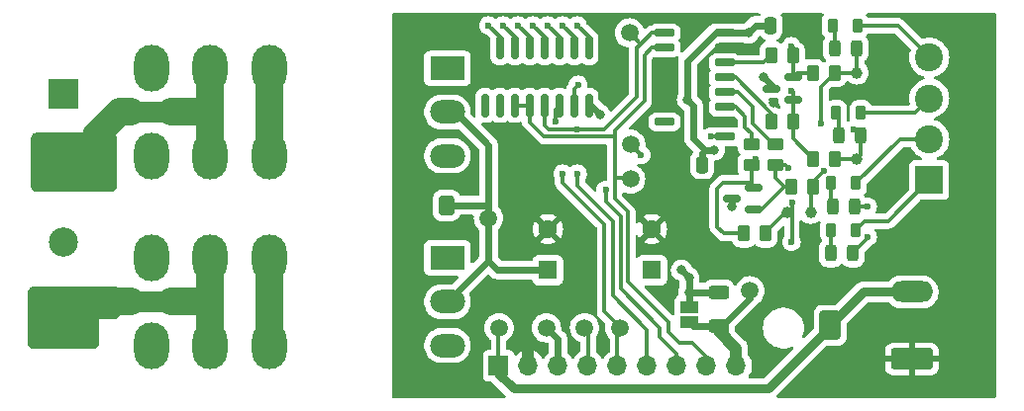
<source format=gbr>
%TF.GenerationSoftware,KiCad,Pcbnew,8.0.1*%
%TF.CreationDate,2024-04-28T14:46:59+02:00*%
%TF.ProjectId,2in-2out_2.0,32696e2d-326f-4757-945f-322e302e6b69,rev?*%
%TF.SameCoordinates,Original*%
%TF.FileFunction,Copper,L1,Top*%
%TF.FilePolarity,Positive*%
%FSLAX46Y46*%
G04 Gerber Fmt 4.6, Leading zero omitted, Abs format (unit mm)*
G04 Created by KiCad (PCBNEW 8.0.1) date 2024-04-28 14:46:59*
%MOMM*%
%LPD*%
G01*
G04 APERTURE LIST*
G04 Aperture macros list*
%AMRoundRect*
0 Rectangle with rounded corners*
0 $1 Rounding radius*
0 $2 $3 $4 $5 $6 $7 $8 $9 X,Y pos of 4 corners*
0 Add a 4 corners polygon primitive as box body*
4,1,4,$2,$3,$4,$5,$6,$7,$8,$9,$2,$3,0*
0 Add four circle primitives for the rounded corners*
1,1,$1+$1,$2,$3*
1,1,$1+$1,$4,$5*
1,1,$1+$1,$6,$7*
1,1,$1+$1,$8,$9*
0 Add four rect primitives between the rounded corners*
20,1,$1+$1,$2,$3,$4,$5,0*
20,1,$1+$1,$4,$5,$6,$7,0*
20,1,$1+$1,$6,$7,$8,$9,0*
20,1,$1+$1,$8,$9,$2,$3,0*%
G04 Aperture macros list end*
%TA.AperFunction,ComponentPad*%
%ADD10O,3.000000X4.000000*%
%TD*%
%TA.AperFunction,ComponentPad*%
%ADD11R,3.000000X2.000000*%
%TD*%
%TA.AperFunction,ComponentPad*%
%ADD12O,3.000000X2.000000*%
%TD*%
%TA.AperFunction,ComponentPad*%
%ADD13R,1.600000X1.600000*%
%TD*%
%TA.AperFunction,ComponentPad*%
%ADD14C,1.600000*%
%TD*%
%TA.AperFunction,SMDPad,CuDef*%
%ADD15C,1.500000*%
%TD*%
%TA.AperFunction,SMDPad,CuDef*%
%ADD16RoundRect,0.250000X0.400000X0.600000X-0.400000X0.600000X-0.400000X-0.600000X0.400000X-0.600000X0*%
%TD*%
%TA.AperFunction,SMDPad,CuDef*%
%ADD17RoundRect,0.218750X-0.218750X-0.381250X0.218750X-0.381250X0.218750X0.381250X-0.218750X0.381250X0*%
%TD*%
%TA.AperFunction,SMDPad,CuDef*%
%ADD18RoundRect,0.250000X0.262500X0.450000X-0.262500X0.450000X-0.262500X-0.450000X0.262500X-0.450000X0*%
%TD*%
%TA.AperFunction,SMDPad,CuDef*%
%ADD19C,1.000000*%
%TD*%
%TA.AperFunction,SMDPad,CuDef*%
%ADD20RoundRect,0.243750X0.243750X0.456250X-0.243750X0.456250X-0.243750X-0.456250X0.243750X-0.456250X0*%
%TD*%
%TA.AperFunction,ComponentPad*%
%ADD21R,1.700000X1.700000*%
%TD*%
%TA.AperFunction,ComponentPad*%
%ADD22O,1.700000X1.700000*%
%TD*%
%TA.AperFunction,SMDPad,CuDef*%
%ADD23RoundRect,0.250000X-0.250000X-0.475000X0.250000X-0.475000X0.250000X0.475000X-0.250000X0.475000X0*%
%TD*%
%TA.AperFunction,SMDPad,CuDef*%
%ADD24RoundRect,0.150000X-0.150000X0.825000X-0.150000X-0.825000X0.150000X-0.825000X0.150000X0.825000X0*%
%TD*%
%TA.AperFunction,SMDPad,CuDef*%
%ADD25RoundRect,0.250000X0.250000X0.475000X-0.250000X0.475000X-0.250000X-0.475000X0.250000X-0.475000X0*%
%TD*%
%TA.AperFunction,SMDPad,CuDef*%
%ADD26R,1.500000X1.000000*%
%TD*%
%TA.AperFunction,SMDPad,CuDef*%
%ADD27RoundRect,0.250000X-0.450000X0.262500X-0.450000X-0.262500X0.450000X-0.262500X0.450000X0.262500X0*%
%TD*%
%TA.AperFunction,ComponentPad*%
%ADD28RoundRect,0.250000X1.550000X-0.650000X1.550000X0.650000X-1.550000X0.650000X-1.550000X-0.650000X0*%
%TD*%
%TA.AperFunction,ComponentPad*%
%ADD29O,3.600000X1.800000*%
%TD*%
%TA.AperFunction,SMDPad,CuDef*%
%ADD30RoundRect,0.250000X0.650000X-1.000000X0.650000X1.000000X-0.650000X1.000000X-0.650000X-1.000000X0*%
%TD*%
%TA.AperFunction,SMDPad,CuDef*%
%ADD31RoundRect,0.250000X0.625000X-0.312500X0.625000X0.312500X-0.625000X0.312500X-0.625000X-0.312500X0*%
%TD*%
%TA.AperFunction,SMDPad,CuDef*%
%ADD32RoundRect,0.150000X0.587500X0.150000X-0.587500X0.150000X-0.587500X-0.150000X0.587500X-0.150000X0*%
%TD*%
%TA.AperFunction,SMDPad,CuDef*%
%ADD33RoundRect,0.250000X0.450000X-0.262500X0.450000X0.262500X-0.450000X0.262500X-0.450000X-0.262500X0*%
%TD*%
%TA.AperFunction,ComponentPad*%
%ADD34R,2.400000X2.400000*%
%TD*%
%TA.AperFunction,ComponentPad*%
%ADD35C,2.400000*%
%TD*%
%TA.AperFunction,SMDPad,CuDef*%
%ADD36RoundRect,0.150000X-0.725000X-0.150000X0.725000X-0.150000X0.725000X0.150000X-0.725000X0.150000X0*%
%TD*%
%TA.AperFunction,ComponentPad*%
%ADD37R,2.500000X2.500000*%
%TD*%
%TA.AperFunction,ComponentPad*%
%ADD38C,2.500000*%
%TD*%
%TA.AperFunction,ViaPad*%
%ADD39C,0.800000*%
%TD*%
%TA.AperFunction,ViaPad*%
%ADD40C,0.600000*%
%TD*%
%TA.AperFunction,Conductor*%
%ADD41C,2.400000*%
%TD*%
%TA.AperFunction,Conductor*%
%ADD42C,1.000000*%
%TD*%
%TA.AperFunction,Conductor*%
%ADD43C,0.300000*%
%TD*%
%TA.AperFunction,Conductor*%
%ADD44C,0.600000*%
%TD*%
%TA.AperFunction,Conductor*%
%ADD45C,0.800000*%
%TD*%
%TA.AperFunction,Conductor*%
%ADD46C,1.800000*%
%TD*%
G04 APERTURE END LIST*
D10*
%TO.P,K2,11*%
%TO.N,/HV_2A*%
X124790000Y-48000000D03*
X124790000Y-40500000D03*
%TO.P,K2,12*%
%TO.N,unconnected-(K2-Pad12)*%
X129830000Y-48000000D03*
X129830000Y-40500000D03*
%TO.P,K2,14*%
%TO.N,/HV_2B*%
X119750000Y-48000000D03*
X119750000Y-40500000D03*
D11*
%TO.P,K2,A1*%
%TO.N,Net-(IC1-O1)*%
X145090000Y-40500000D03*
D12*
%TO.P,K2,A2*%
%TO.N,Net-(IC1-O2)*%
X145090000Y-48000000D03*
%TO.P,K2,A3*%
%TO.N,VDD*%
X145090000Y-44250000D03*
%TD*%
D13*
%TO.P,C1,1*%
%TO.N,VDD*%
X162560000Y-57785000D03*
D14*
%TO.P,C1,2*%
%TO.N,GND*%
X162560000Y-54285000D03*
%TD*%
D15*
%TO.P,TP7,1,1*%
%TO.N,/EIB_DC*%
X170942000Y-59563000D03*
%TD*%
D16*
%TO.P,D8,1,K*%
%TO.N,VDD*%
X145000000Y-52250000D03*
%TO.P,D8,2,A*%
%TO.N,GND*%
X141500000Y-52250000D03*
%TD*%
D17*
%TO.P,FB3,1*%
%TO.N,Net-(F3-Pad2)*%
X177882500Y-50346250D03*
%TO.P,FB3,2*%
%TO.N,/IO3*%
X180007500Y-50346250D03*
%TD*%
D15*
%TO.P,TP6,1,1*%
%TO.N,/SCK*%
X160750000Y-50000000D03*
%TD*%
D17*
%TO.P,FB1,1*%
%TO.N,Net-(F1-Pad2)*%
X178007500Y-36830000D03*
%TO.P,FB1,2*%
%TO.N,/IN1*%
X180132500Y-36830000D03*
%TD*%
D18*
%TO.P,R4,1*%
%TO.N,/IN3*%
X176320000Y-50673000D03*
%TO.P,R4,2*%
%TO.N,Net-(D7-K)*%
X174495000Y-50673000D03*
%TD*%
D19*
%TO.P,TP10,1,1*%
%TO.N,Net-(TVS1-I{slash}O2)*%
X180086000Y-40894000D03*
%TD*%
D20*
%TO.P,F2,1*%
%TO.N,Net-(TVS1-I{slash}O3)*%
X180437000Y-46228000D03*
%TO.P,F2,2*%
%TO.N,Net-(F2-Pad2)*%
X178562000Y-46228000D03*
%TD*%
D19*
%TO.P,TP12,1,1*%
%TO.N,/IN3*%
X176149000Y-52832000D03*
%TD*%
D21*
%TO.P,J1,1,Pin_1*%
%TO.N,VBUS*%
X149460000Y-66000000D03*
D22*
%TO.P,J1,2,Pin_2*%
%TO.N,GND*%
X152000000Y-66000000D03*
%TO.P,J1,3,Pin_3*%
%TO.N,+3V3*%
X154540000Y-66000000D03*
%TO.P,J1,4,Pin_4*%
%TO.N,/PWM*%
X157080000Y-66000000D03*
%TO.P,J1,5,Pin_5*%
%TO.N,/MOSI*%
X159620000Y-66000000D03*
%TO.P,J1,6,Pin_6*%
%TO.N,/SSEL*%
X162160000Y-66000000D03*
%TO.P,J1,7,Pin_7*%
%TO.N,/MISO*%
X164700000Y-66000000D03*
%TO.P,J1,8,Pin_8*%
%TO.N,/SCK*%
X167240000Y-66000000D03*
%TO.P,J1,9,Pin_9*%
%TO.N,/EIB_DC*%
X169780000Y-66000000D03*
%TD*%
D23*
%TO.P,C5,1*%
%TO.N,+3V3*%
X172720000Y-36830000D03*
%TO.P,C5,2*%
%TO.N,GND*%
X174620000Y-36830000D03*
%TD*%
D18*
%TO.P,R2,1*%
%TO.N,Net-(TVS1-I{slash}O2)*%
X178204500Y-40894000D03*
%TO.P,R2,2*%
%TO.N,Net-(D4-K)*%
X176379500Y-40894000D03*
%TD*%
D24*
%TO.P,U1,1,QB*%
%TO.N,/O2*%
X157195000Y-38735000D03*
%TO.P,U1,2,QC*%
%TO.N,/O3*%
X155925000Y-38735000D03*
%TO.P,U1,3,QD*%
%TO.N,/O4*%
X154655000Y-38735000D03*
%TO.P,U1,4,QE*%
%TO.N,/O5*%
X153385000Y-38735000D03*
%TO.P,U1,5,QF*%
%TO.N,/O6*%
X152115000Y-38735000D03*
%TO.P,U1,6,QG*%
%TO.N,/O7*%
X150845000Y-38735000D03*
%TO.P,U1,7,QH*%
%TO.N,/O8*%
X149575000Y-38735000D03*
%TO.P,U1,8,GND*%
%TO.N,GND*%
X148305000Y-38735000D03*
%TO.P,U1,9,QH'*%
%TO.N,unconnected-(U1-QH'-Pad9)*%
X148305000Y-43685000D03*
%TO.P,U1,10,~{SRCLR}*%
%TO.N,unconnected-(U1-~{SRCLR}-Pad10)*%
X149575000Y-43685000D03*
%TO.P,U1,11,SRCLK*%
%TO.N,/SCK*%
X150845000Y-43685000D03*
%TO.P,U1,12,RCLK*%
X152115000Y-43685000D03*
%TO.P,U1,13,~{OE}*%
%TO.N,/SSEL*%
X153385000Y-43685000D03*
%TO.P,U1,14,SER*%
%TO.N,/MOSI*%
X154655000Y-43685000D03*
%TO.P,U1,15,QA*%
%TO.N,/O1*%
X155925000Y-43685000D03*
%TO.P,U1,16,VCC*%
%TO.N,+3V3*%
X157195000Y-43685000D03*
%TD*%
D15*
%TO.P,TP9,1,1*%
%TO.N,+3V3*%
X153560000Y-62738000D03*
%TD*%
D17*
%TO.P,FB4,1*%
%TO.N,Net-(F4-Pad2)*%
X177882500Y-54346250D03*
%TO.P,FB4,2*%
%TO.N,/IO4*%
X180007500Y-54346250D03*
%TD*%
D10*
%TO.P,K1,11*%
%TO.N,/HV_1A*%
X124790000Y-64250000D03*
X124790000Y-56750000D03*
%TO.P,K1,12*%
%TO.N,unconnected-(K1-Pad12)*%
X129830000Y-64250000D03*
X129830000Y-56750000D03*
%TO.P,K1,14*%
%TO.N,/HV_1B*%
X119750000Y-64250000D03*
X119750000Y-56750000D03*
D11*
%TO.P,K1,A1*%
%TO.N,Net-(IC1-O3)*%
X145090000Y-56750000D03*
D12*
%TO.P,K1,A2*%
%TO.N,Net-(IC1-O4)*%
X145090000Y-64250000D03*
%TO.P,K1,A3*%
%TO.N,VDD*%
X145090000Y-60500000D03*
%TD*%
D25*
%TO.P,C6,1*%
%TO.N,+3V3*%
X166878000Y-48768000D03*
%TO.P,C6,2*%
%TO.N,GND*%
X164978000Y-48768000D03*
%TD*%
D26*
%TO.P,SJ1,1,A*%
%TO.N,/EIB_DC*%
X165735000Y-62245000D03*
%TO.P,SJ1,2,B*%
%TO.N,VDD*%
X165735000Y-60945000D03*
%TD*%
D19*
%TO.P,TP13,1,1*%
%TO.N,/IN4*%
X174117000Y-52832000D03*
%TD*%
D15*
%TO.P,TP1,1,1*%
%TO.N,VBUS*%
X149500000Y-62738000D03*
%TD*%
D17*
%TO.P,FB2,1*%
%TO.N,Net-(F2-Pad2)*%
X178308000Y-44323000D03*
%TO.P,FB2,2*%
%TO.N,/IN2*%
X180433000Y-44323000D03*
%TD*%
D27*
%TO.P,R9,1*%
%TO.N,/I4D*%
X171069000Y-46966500D03*
%TO.P,R9,2*%
%TO.N,Net-(D5-K)*%
X171069000Y-48791500D03*
%TD*%
D28*
%TO.P,X9,1,KL*%
%TO.N,GND*%
X184785000Y-65405000D03*
D29*
%TO.P,X9,2,KL*%
%TO.N,VBUS*%
X184785000Y-59655000D03*
%TD*%
D15*
%TO.P,TP8,1,1*%
%TO.N,/PWM*%
X156810000Y-62738000D03*
%TD*%
D30*
%TO.P,D1,1,A1*%
%TO.N,GND*%
X177800000Y-66516000D03*
%TO.P,D1,2,A2*%
%TO.N,VBUS*%
X177800000Y-62516000D03*
%TD*%
D31*
%TO.P,R1,1*%
%TO.N,/EIB_DC*%
X168275000Y-62615000D03*
%TO.P,R1,2*%
%TO.N,VDD*%
X168275000Y-59690000D03*
%TD*%
D32*
%TO.P,D6,1*%
%TO.N,Net-(D2-K)*%
X174625000Y-43180000D03*
%TO.P,D6,2*%
%TO.N,Net-(D4-K)*%
X174625000Y-41280000D03*
%TO.P,D6,3*%
%TO.N,+3V3*%
X172750000Y-42230000D03*
%TD*%
D15*
%TO.P,TP4,1,1*%
%TO.N,/SSEL*%
X160655000Y-37465000D03*
%TD*%
D19*
%TO.P,TP11,1,1*%
%TO.N,Net-(TVS1-I{slash}O3)*%
X180086000Y-48260000D03*
%TD*%
D20*
%TO.P,F4,1*%
%TO.N,/IO4F*%
X179745000Y-56346250D03*
%TO.P,F4,2*%
%TO.N,Net-(F4-Pad2)*%
X177870000Y-56346250D03*
%TD*%
D32*
%TO.P,D3,1*%
%TO.N,Net-(D7-K)*%
X171293000Y-52590500D03*
%TO.P,D3,2*%
%TO.N,Net-(D5-K)*%
X171293000Y-50690500D03*
%TO.P,D3,3*%
%TO.N,+3V3*%
X169418000Y-51640500D03*
%TD*%
D18*
%TO.P,R6,1*%
%TO.N,Net-(D4-K)*%
X174625000Y-39370000D03*
%TO.P,R6,2*%
%TO.N,/I1D*%
X172800000Y-39370000D03*
%TD*%
%TO.P,R3,1*%
%TO.N,Net-(TVS1-I{slash}O3)*%
X178204500Y-48260000D03*
%TO.P,R3,2*%
%TO.N,Net-(D2-K)*%
X176379500Y-48260000D03*
%TD*%
D33*
%TO.P,R8,1*%
%TO.N,Net-(D7-K)*%
X173101000Y-48791500D03*
%TO.P,R8,2*%
%TO.N,/I3D*%
X173101000Y-46966500D03*
%TD*%
D15*
%TO.P,TP5,1,1*%
%TO.N,/MISO*%
X160750000Y-47000000D03*
%TD*%
D18*
%TO.P,R7,1*%
%TO.N,Net-(D2-K)*%
X174625000Y-45085000D03*
%TO.P,R7,2*%
%TO.N,/I2D*%
X172800000Y-45085000D03*
%TD*%
D20*
%TO.P,F1,1*%
%TO.N,Net-(TVS1-I{slash}O2)*%
X180086000Y-38783500D03*
%TO.P,F1,2*%
%TO.N,Net-(F1-Pad2)*%
X178211000Y-38783500D03*
%TD*%
D34*
%TO.P,J2,1,Pin_1*%
%TO.N,/IO4*%
X186283600Y-50073200D03*
D35*
%TO.P,J2,2,Pin_2*%
%TO.N,/IO3*%
X186283600Y-46573200D03*
%TO.P,J2,3,Pin_3*%
%TO.N,/IN2*%
X186283600Y-43073200D03*
%TO.P,J2,4,Pin_4*%
%TO.N,/IN1*%
X186283600Y-39573200D03*
%TD*%
D13*
%TO.P,C2,1*%
%TO.N,VDD*%
X153670000Y-57785000D03*
D14*
%TO.P,C2,2*%
%TO.N,GND*%
X153670000Y-54285000D03*
%TD*%
D15*
%TO.P,TP3,1,1*%
%TO.N,/MOSI*%
X159810000Y-62738000D03*
%TD*%
D36*
%TO.P,U2,1,~{PL}*%
%TO.N,/SSEL*%
X163650000Y-37480000D03*
%TO.P,U2,2,CP*%
%TO.N,/SCK*%
X163650000Y-38750000D03*
%TO.P,U2,3,D4*%
%TO.N,GND*%
X163650000Y-40020000D03*
%TO.P,U2,4,D5*%
X163650000Y-41290000D03*
%TO.P,U2,5,D6*%
X163650000Y-42560000D03*
%TO.P,U2,6,D7*%
X163650000Y-43830000D03*
%TO.P,U2,7,~{Q7}*%
%TO.N,unconnected-(U2-~{Q7}-Pad7)*%
X163650000Y-45100000D03*
%TO.P,U2,8,GND*%
%TO.N,GND*%
X163650000Y-46370000D03*
%TO.P,U2,9,Q7*%
%TO.N,/MISO*%
X168800000Y-46370000D03*
%TO.P,U2,10,DS*%
%TO.N,GND*%
X168800000Y-45100000D03*
%TO.P,U2,11,D0*%
%TO.N,/I4D*%
X168800000Y-43830000D03*
%TO.P,U2,12,D1*%
%TO.N,/I3D*%
X168800000Y-42560000D03*
%TO.P,U2,13,D2*%
%TO.N,/I2D*%
X168800000Y-41290000D03*
%TO.P,U2,14,D3*%
%TO.N,/I1D*%
X168800000Y-40020000D03*
%TO.P,U2,15,~{CE}*%
%TO.N,GND*%
X168800000Y-38750000D03*
%TO.P,U2,16,VCC*%
%TO.N,+3V3*%
X168800000Y-37480000D03*
%TD*%
D37*
%TO.P,J5,1,Pin_1*%
%TO.N,/HV_2B*%
X112268000Y-42727996D03*
D38*
%TO.P,J5,2,Pin_2*%
%TO.N,/HV_2A*%
X112268000Y-49077996D03*
%TO.P,J5,3,Pin_3*%
%TO.N,/HV_1B*%
X112268000Y-55427996D03*
%TO.P,J5,4,Pin_4*%
%TO.N,/HV_1A*%
X112268000Y-61777996D03*
%TD*%
D20*
%TO.P,F3,1*%
%TO.N,/IO3F*%
X179882500Y-52346250D03*
%TO.P,F3,2*%
%TO.N,Net-(F3-Pad2)*%
X178007500Y-52346250D03*
%TD*%
D15*
%TO.P,TP2,1,1*%
%TO.N,VDD*%
X148590000Y-53340000D03*
%TD*%
D18*
%TO.P,R5,1*%
%TO.N,/IN4*%
X172262800Y-54660800D03*
%TO.P,R5,2*%
%TO.N,Net-(D5-K)*%
X170437800Y-54660800D03*
%TD*%
D39*
%TO.N,GND*%
X172974000Y-43434000D03*
X183896000Y-48006000D03*
X168656000Y-56642000D03*
X163750000Y-50250000D03*
X175260000Y-60198000D03*
X166878000Y-41402000D03*
X141250000Y-50000000D03*
X176276000Y-37592000D03*
X142520000Y-50000000D03*
X165862000Y-37592000D03*
X151765000Y-41275000D03*
X184150000Y-41656000D03*
X141885000Y-49365000D03*
D40*
%TO.N,Net-(D2-K)*%
X174498000Y-42418000D03*
D39*
%TO.N,+3V3*%
X172085000Y-41275000D03*
X165608000Y-43180000D03*
X169418000Y-52324000D03*
X167894000Y-47498000D03*
X170815000Y-37480000D03*
X158115000Y-44450000D03*
D40*
%TO.N,Net-(TVS1-I{slash}O2)*%
X177038000Y-45212000D03*
%TO.N,Net-(TVS1-I{slash}O3)*%
X179832000Y-45720000D03*
%TO.N,Net-(D5-K)*%
X171450000Y-48260000D03*
%TO.N,Net-(D7-K)*%
X174244000Y-49022000D03*
%TO.N,/IN3*%
X177292000Y-49276000D03*
%TO.N,/IN4*%
X174548800Y-51968400D03*
X174498000Y-55372000D03*
%TO.N,/MOSI*%
X154305000Y-45070000D03*
X154940000Y-49530000D03*
%TO.N,/SSEL*%
X156210000Y-49530000D03*
X156210000Y-45705000D03*
%TO.N,/MISO*%
X158623000Y-50927000D03*
X167640000Y-46355000D03*
X161650000Y-47900000D03*
%TO.N,Net-(D4-K)*%
X174498000Y-38608000D03*
%TO.N,/IO3F*%
X181007500Y-52346250D03*
%TO.N,/IO4F*%
X181007500Y-54946250D03*
%TO.N,/O1*%
X156250000Y-41910000D03*
%TO.N,/O8*%
X148590000Y-36830000D03*
%TO.N,/O7*%
X149860000Y-36830000D03*
%TO.N,/O6*%
X151130000Y-36830000D03*
%TO.N,/O5*%
X152400000Y-36830000D03*
%TO.N,/O4*%
X153670000Y-36830000D03*
%TO.N,/O3*%
X154940000Y-36830000D03*
%TO.N,/O2*%
X156210000Y-36830000D03*
D39*
%TO.N,VDD*%
X165100000Y-57785000D03*
X165735000Y-59690000D03*
X165735000Y-58420000D03*
%TD*%
D41*
%TO.N,/HV_1A*%
X112261703Y-61784293D02*
X113545996Y-60500000D01*
X113545996Y-60500000D02*
X118000000Y-60500000D01*
%TO.N,/HV_2A*%
X112268000Y-49077996D02*
X113736004Y-49077996D01*
X117040000Y-44250000D02*
X118000000Y-44250000D01*
X113736004Y-49077996D02*
X115062000Y-47752000D01*
X115062000Y-47752000D02*
X115062000Y-46228000D01*
X115062000Y-46228000D02*
X117040000Y-44250000D01*
%TO.N,unconnected-(K1-Pad12)*%
X129830000Y-56750000D02*
X129830000Y-64250000D01*
%TO.N,unconnected-(K2-Pad12)*%
X129830000Y-40500000D02*
X129830000Y-48000000D01*
D42*
%TO.N,GND*%
X152000000Y-66000000D02*
X152000000Y-64223943D01*
D43*
%TO.N,Net-(D2-K)*%
X174625000Y-46505500D02*
X176379500Y-48260000D01*
X174625000Y-42545000D02*
X174625000Y-43180000D01*
X174625000Y-45085000D02*
X174625000Y-46505500D01*
X174625000Y-43180000D02*
X174625000Y-45085000D01*
X174498000Y-42418000D02*
X174625000Y-42545000D01*
D44*
%TO.N,+3V3*%
X170800000Y-37480000D02*
X168800000Y-37480000D01*
X172720000Y-36830000D02*
X171450000Y-36830000D01*
X166878000Y-47752000D02*
X166878000Y-48768000D01*
X171450000Y-36830000D02*
X170800000Y-37480000D01*
X169418000Y-51640500D02*
X169418000Y-52324000D01*
X154540000Y-63718000D02*
X153560000Y-62738000D01*
X165608000Y-43180000D02*
X166116000Y-43688000D01*
X154540000Y-66000000D02*
X154540000Y-63718000D01*
X165608000Y-39878000D02*
X168006000Y-37480000D01*
X157195000Y-43685000D02*
X157350000Y-43685000D01*
X167894000Y-47498000D02*
X167132000Y-47498000D01*
X157350000Y-43685000D02*
X158115000Y-44450000D01*
X165608000Y-43180000D02*
X165608000Y-39878000D01*
X168006000Y-37480000D02*
X168800000Y-37480000D01*
X166116000Y-43688000D02*
X166116000Y-46482000D01*
X167132000Y-47498000D02*
X166878000Y-47752000D01*
X172750000Y-42230000D02*
X172750000Y-41940000D01*
X166116000Y-46482000D02*
X167132000Y-47498000D01*
X172750000Y-41940000D02*
X172085000Y-41275000D01*
D45*
%TO.N,VBUS*%
X149460000Y-66000000D02*
X149460000Y-66655000D01*
D43*
X149460000Y-66000000D02*
X149460000Y-62890000D01*
D45*
X184785000Y-59655000D02*
X180661000Y-59655000D01*
X172542200Y-67945000D02*
X177800000Y-62687200D01*
X180661000Y-59655000D02*
X177800000Y-62516000D01*
X150750000Y-67945000D02*
X172542200Y-67945000D01*
X149460000Y-62890000D02*
X149500000Y-62850000D01*
X149460000Y-66655000D02*
X150750000Y-67945000D01*
X177800000Y-62687200D02*
X177800000Y-62516000D01*
D43*
%TO.N,Net-(TVS1-I{slash}O2)*%
X177038000Y-42060500D02*
X177038000Y-45212000D01*
X180086000Y-38783500D02*
X180086000Y-40894000D01*
X180086000Y-40894000D02*
X178204500Y-40894000D01*
X178204500Y-40894000D02*
X177038000Y-42060500D01*
D44*
%TO.N,/EIB_DC*%
X168525000Y-62615000D02*
X170942000Y-60198000D01*
X166105000Y-62615000D02*
X165735000Y-62245000D01*
X168275000Y-62615000D02*
X166105000Y-62615000D01*
X170942000Y-60198000D02*
X170942000Y-59563000D01*
X168220000Y-62670000D02*
X168275000Y-62615000D01*
X168275000Y-62615000D02*
X168525000Y-62615000D01*
D42*
X169780000Y-66000000D02*
X169780000Y-64530000D01*
X168275000Y-63025000D02*
X168275000Y-62615000D01*
X169780000Y-64530000D02*
X168275000Y-63025000D01*
D43*
%TO.N,Net-(F1-Pad2)*%
X178211000Y-37033500D02*
X178007500Y-36830000D01*
X178211000Y-38783500D02*
X178211000Y-37033500D01*
%TO.N,Net-(TVS1-I{slash}O3)*%
X180340000Y-46228000D02*
X179832000Y-45720000D01*
X180437000Y-46228000D02*
X180437000Y-47909000D01*
X180437000Y-46228000D02*
X180340000Y-46228000D01*
X178204500Y-48260000D02*
X180086000Y-48260000D01*
X180437000Y-47909000D02*
X180086000Y-48260000D01*
%TO.N,Net-(F2-Pad2)*%
X178562000Y-44577000D02*
X178308000Y-44323000D01*
X178562000Y-46228000D02*
X178562000Y-44577000D01*
%TO.N,Net-(D5-K)*%
X171069000Y-50466500D02*
X171293000Y-50690500D01*
X170437800Y-54660800D02*
X168706800Y-54660800D01*
X168656000Y-50292000D02*
X170894500Y-50292000D01*
X171069000Y-48641000D02*
X171450000Y-48260000D01*
X168148000Y-54102000D02*
X168148000Y-50800000D01*
X170894500Y-50292000D02*
X171293000Y-50690500D01*
X171069000Y-48791500D02*
X171069000Y-48641000D01*
X168148000Y-50800000D02*
X168656000Y-50292000D01*
X168706800Y-54660800D02*
X168148000Y-54102000D01*
X171069000Y-48791500D02*
X171069000Y-50466500D01*
%TO.N,Net-(F3-Pad2)*%
X177882500Y-52221250D02*
X178007500Y-52346250D01*
X177882500Y-50346250D02*
X177882500Y-52221250D01*
%TO.N,Net-(D7-K)*%
X174244000Y-49022000D02*
X174013500Y-48791500D01*
X174013500Y-48791500D02*
X173101000Y-48791500D01*
X171293000Y-52590500D02*
X171945500Y-52590500D01*
X173899000Y-50673000D02*
X173101000Y-49875000D01*
X171945500Y-52590500D02*
X173863000Y-50673000D01*
X174495000Y-50673000D02*
X173899000Y-50673000D01*
X173101000Y-48791500D02*
X173101000Y-49875000D01*
X173863000Y-50673000D02*
X173899000Y-50673000D01*
%TO.N,Net-(F4-Pad2)*%
X177870000Y-54358750D02*
X177882500Y-54346250D01*
X177870000Y-56346250D02*
X177870000Y-54358750D01*
%TO.N,/IN1*%
X180132500Y-36830000D02*
X183605919Y-36830000D01*
X183605919Y-36830000D02*
X186283600Y-39507681D01*
X186283600Y-39507681D02*
X186283600Y-39573200D01*
%TO.N,/IN2*%
X185033800Y-44323000D02*
X186283600Y-43073200D01*
X180433000Y-44323000D02*
X185033800Y-44323000D01*
%TO.N,/IN3*%
X176149000Y-50517250D02*
X176320000Y-50346250D01*
X177292000Y-49276000D02*
X176320000Y-50248000D01*
X176320000Y-50248000D02*
X176320000Y-50673000D01*
X176149000Y-52832000D02*
X176149000Y-50517250D01*
%TO.N,/IN4*%
X174548800Y-52400200D02*
X174117000Y-52832000D01*
X172262800Y-54559200D02*
X172262800Y-54660800D01*
X173990000Y-52832000D02*
X172262800Y-54559200D01*
X174498000Y-55372000D02*
X174548800Y-55321200D01*
X174548800Y-51968400D02*
X174548800Y-52400200D01*
X174117000Y-52832000D02*
X173990000Y-52832000D01*
X174548800Y-55321200D02*
X174548800Y-52400200D01*
%TO.N,/PWM*%
X157135000Y-63063000D02*
X157135000Y-65945000D01*
X156810000Y-62738000D02*
X157135000Y-63063000D01*
X157135000Y-65945000D02*
X157080000Y-66000000D01*
%TO.N,/MOSI*%
X159620000Y-66000000D02*
X159620000Y-62928000D01*
X159620000Y-62928000D02*
X159810000Y-62738000D01*
X158500000Y-61340000D02*
X158500000Y-53852000D01*
X159810000Y-62650000D02*
X158500000Y-61340000D01*
X154305000Y-44035000D02*
X154305000Y-45070000D01*
X159810000Y-62738000D02*
X159810000Y-62650000D01*
X154940000Y-50292000D02*
X154940000Y-49530000D01*
X154655000Y-43685000D02*
X154305000Y-44035000D01*
X158500000Y-53852000D02*
X154940000Y-50292000D01*
%TO.N,/SSEL*%
X158496000Y-45720000D02*
X161290000Y-42926000D01*
X162160000Y-66000000D02*
X162160000Y-62910000D01*
X159250000Y-53586000D02*
X156210000Y-50546000D01*
X159250000Y-60000000D02*
X159250000Y-53586000D01*
X162545000Y-37480000D02*
X163650000Y-37480000D01*
X161290000Y-38735000D02*
X161607500Y-38417500D01*
X153385000Y-43685000D02*
X153385000Y-45355000D01*
X160655000Y-37465000D02*
X161607500Y-38417500D01*
X153385000Y-45355000D02*
X153750000Y-45720000D01*
X161607500Y-38417500D02*
X162545000Y-37480000D01*
X153750000Y-45720000D02*
X158496000Y-45720000D01*
X162160000Y-62910000D02*
X159250000Y-60000000D01*
X161290000Y-42926000D02*
X161290000Y-38735000D01*
X156210000Y-50546000D02*
X156210000Y-49530000D01*
%TO.N,/MISO*%
X158623000Y-51943000D02*
X159885000Y-53205000D01*
X159885000Y-53205000D02*
X159885000Y-59365000D01*
X163250000Y-62730000D02*
X163250000Y-63500000D01*
X167640000Y-46355000D02*
X168785000Y-46355000D01*
X159885000Y-59365000D02*
X163250000Y-62730000D01*
X163250000Y-63500000D02*
X164700000Y-64950000D01*
X160750000Y-47000000D02*
X161650000Y-47900000D01*
X158623000Y-50927000D02*
X158623000Y-51943000D01*
X168785000Y-46355000D02*
X168800000Y-46370000D01*
X164700000Y-64950000D02*
X164700000Y-66000000D01*
%TO.N,/SCK*%
X166000000Y-64000000D02*
X164875000Y-64000000D01*
X161925000Y-39370000D02*
X161925000Y-43307000D01*
X152115000Y-43685000D02*
X150845000Y-43685000D01*
X160661000Y-49911000D02*
X159385000Y-49911000D01*
X164000000Y-63125000D02*
X164000000Y-62250000D01*
X152115000Y-45115000D02*
X152115000Y-43685000D01*
X167240000Y-66000000D02*
X167240000Y-65240000D01*
X162545000Y-38750000D02*
X161925000Y-39370000D01*
X163650000Y-38750000D02*
X162545000Y-38750000D01*
X159385000Y-49911000D02*
X159385000Y-50165000D01*
X167240000Y-65240000D02*
X166000000Y-64000000D01*
X153355000Y-46355000D02*
X152115000Y-45115000D01*
X159385000Y-51689000D02*
X159385000Y-50165000D01*
X159385000Y-50165000D02*
X159385000Y-46355000D01*
X160750000Y-50000000D02*
X160661000Y-49911000D01*
X159385000Y-45847000D02*
X159385000Y-46355000D01*
X164000000Y-62250000D02*
X160500000Y-58750000D01*
X160500000Y-52804000D02*
X159385000Y-51689000D01*
X164875000Y-64000000D02*
X164000000Y-63125000D01*
X161925000Y-43307000D02*
X159385000Y-45847000D01*
X159385000Y-46355000D02*
X153355000Y-46355000D01*
X160500000Y-58750000D02*
X160500000Y-52804000D01*
D41*
%TO.N,/HV_2A*%
X121500000Y-44250000D02*
X124540000Y-44250000D01*
X124790000Y-44500000D02*
X124790000Y-48000000D01*
D46*
X118000000Y-44250000D02*
X121500000Y-44250000D01*
D41*
X124790000Y-40500000D02*
X124790000Y-44500000D01*
X124540000Y-44250000D02*
X124790000Y-44500000D01*
%TO.N,/HV_1A*%
X124540000Y-60500000D02*
X124790000Y-60750000D01*
D46*
X118000000Y-60500000D02*
X121500000Y-60500000D01*
D41*
X121500000Y-60500000D02*
X124540000Y-60500000D01*
X124790000Y-60750000D02*
X124790000Y-64250000D01*
X124790000Y-56750000D02*
X124790000Y-60750000D01*
D43*
%TO.N,Net-(D4-K)*%
X176379500Y-40894000D02*
X175011000Y-40894000D01*
X175011000Y-40894000D02*
X174625000Y-41280000D01*
X174625000Y-41280000D02*
X174625000Y-39370000D01*
X174625000Y-38735000D02*
X174498000Y-38608000D01*
X174625000Y-39370000D02*
X174625000Y-38735000D01*
%TO.N,/IO3F*%
X179882500Y-52346250D02*
X181007500Y-52346250D01*
%TO.N,/IO4F*%
X181007500Y-54946250D02*
X181007500Y-55083750D01*
X181007500Y-55083750D02*
X179745000Y-56346250D01*
%TO.N,/IO3*%
X183780550Y-46573200D02*
X180007500Y-50346250D01*
X186283600Y-46573200D02*
X183780550Y-46573200D01*
%TO.N,/I1D*%
X168800000Y-40020000D02*
X172150000Y-40020000D01*
X172150000Y-40020000D02*
X172800000Y-39370000D01*
%TO.N,/I2D*%
X172800000Y-44385000D02*
X169705000Y-41290000D01*
X172800000Y-45085000D02*
X172800000Y-44385000D01*
X169705000Y-41290000D02*
X168800000Y-41290000D01*
%TO.N,/I3D*%
X169941000Y-42560000D02*
X171196000Y-43815000D01*
X171196000Y-45212000D02*
X172950500Y-46966500D01*
X172950500Y-46966500D02*
X173101000Y-46966500D01*
X171196000Y-43815000D02*
X171196000Y-45212000D01*
X168800000Y-42560000D02*
X169941000Y-42560000D01*
%TO.N,/I4D*%
X171069000Y-46101000D02*
X171069000Y-46966500D01*
X170535600Y-44602400D02*
X170535600Y-45567600D01*
X168800000Y-43830000D02*
X169763200Y-43830000D01*
X169763200Y-43830000D02*
X170535600Y-44602400D01*
X170535600Y-45567600D02*
X171069000Y-46101000D01*
%TO.N,/O1*%
X156250000Y-41910000D02*
X155925000Y-42235000D01*
X155925000Y-42235000D02*
X155925000Y-43685000D01*
%TO.N,/O8*%
X149575000Y-37815000D02*
X149575000Y-38735000D01*
X148590000Y-36830000D02*
X149575000Y-37815000D01*
%TO.N,/O7*%
X150845000Y-37815000D02*
X150845000Y-38735000D01*
X149860000Y-36830000D02*
X150845000Y-37815000D01*
%TO.N,/O6*%
X152115000Y-37815000D02*
X152115000Y-38735000D01*
X151130000Y-36830000D02*
X152115000Y-37815000D01*
%TO.N,/O5*%
X152400000Y-36830000D02*
X153385000Y-37815000D01*
X153385000Y-37815000D02*
X153385000Y-38735000D01*
%TO.N,/O4*%
X154655000Y-37815000D02*
X154655000Y-38735000D01*
X153670000Y-36830000D02*
X154655000Y-37815000D01*
%TO.N,/O3*%
X155925000Y-37815000D02*
X155925000Y-38735000D01*
X154940000Y-36830000D02*
X155925000Y-37815000D01*
%TO.N,/O2*%
X156210000Y-36830000D02*
X157195000Y-37815000D01*
X157195000Y-37815000D02*
X157195000Y-38735000D01*
%TO.N,/IO4*%
X182751197Y-53594000D02*
X186271997Y-50073200D01*
X186271997Y-50073200D02*
X186283600Y-50073200D01*
X180007500Y-54346250D02*
X180759750Y-53594000D01*
X180759750Y-53594000D02*
X182751197Y-53594000D01*
D44*
%TO.N,VDD*%
X149375000Y-57785000D02*
X148590000Y-57000000D01*
X153670000Y-57785000D02*
X149375000Y-57785000D01*
X148590000Y-53340000D02*
X148590000Y-52250000D01*
X145000000Y-44250000D02*
X145000000Y-44000000D01*
X148590000Y-47090000D02*
X148590000Y-53340000D01*
X165735000Y-60945000D02*
X165735000Y-58420000D01*
X145750000Y-44250000D02*
X148590000Y-47090000D01*
X148590000Y-57000000D02*
X148590000Y-56262651D01*
X145090000Y-44250000D02*
X145750000Y-44250000D01*
X145000000Y-52250000D02*
X148590000Y-52250000D01*
X165735000Y-58420000D02*
X165100000Y-57785000D01*
X145090000Y-60500000D02*
X148590000Y-57000000D01*
X148590000Y-56262651D02*
X148590000Y-53340000D01*
X165735000Y-59690000D02*
X168275000Y-59690000D01*
%TD*%
%TA.AperFunction,Conductor*%
%TO.N,/HV_2A*%
G36*
X116348059Y-45975061D02*
G01*
X116453223Y-45988906D01*
X116484491Y-45997284D01*
X116574918Y-46034740D01*
X116602952Y-46050925D01*
X116680602Y-46110509D01*
X116703491Y-46133398D01*
X116763074Y-46211048D01*
X116779259Y-46239081D01*
X116816715Y-46329508D01*
X116825093Y-46360775D01*
X116838939Y-46465939D01*
X116840000Y-46482125D01*
X116840000Y-50545874D01*
X116838939Y-50562060D01*
X116825093Y-50667224D01*
X116816715Y-50698491D01*
X116779259Y-50788918D01*
X116763074Y-50816951D01*
X116703491Y-50894601D01*
X116680601Y-50917491D01*
X116602951Y-50977074D01*
X116574918Y-50993259D01*
X116484491Y-51030715D01*
X116453224Y-51039093D01*
X116359398Y-51051446D01*
X116348058Y-51052939D01*
X116331874Y-51054000D01*
X109983919Y-51054000D01*
X109967697Y-51052934D01*
X109862302Y-51039026D01*
X109830971Y-51030611D01*
X109740376Y-50992992D01*
X109712299Y-50976738D01*
X109634560Y-50916904D01*
X109611662Y-50893924D01*
X109552106Y-50815975D01*
X109535952Y-50787842D01*
X109509301Y-50723017D01*
X109498652Y-50697114D01*
X109490349Y-50665759D01*
X109476813Y-50560293D01*
X109475806Y-50544094D01*
X109490206Y-46480333D01*
X109491319Y-46464193D01*
X109505475Y-46359297D01*
X109513923Y-46328140D01*
X109551540Y-46238002D01*
X109567749Y-46210080D01*
X109627364Y-46132720D01*
X109650236Y-46109928D01*
X109727812Y-46050583D01*
X109755789Y-46034475D01*
X109846062Y-45997176D01*
X109877248Y-45988840D01*
X109965056Y-45977306D01*
X109982193Y-45975056D01*
X109998341Y-45974000D01*
X116331874Y-45974000D01*
X116348059Y-45975061D01*
G37*
%TD.AperFunction*%
%TD*%
%TA.AperFunction,Conductor*%
%TO.N,/HV_1A*%
G36*
X116598846Y-59183068D02*
G01*
X116704449Y-59197028D01*
X116735826Y-59205472D01*
X116786291Y-59226470D01*
X116826564Y-59243228D01*
X116854673Y-59259537D01*
X116932481Y-59319573D01*
X116955389Y-59342629D01*
X117014921Y-59420820D01*
X117031051Y-59449037D01*
X117068218Y-59540007D01*
X117076462Y-59571447D01*
X117089741Y-59677130D01*
X117090705Y-59693388D01*
X117079252Y-61471127D01*
X117078096Y-61487239D01*
X117063689Y-61591891D01*
X117055178Y-61622986D01*
X117017437Y-61712869D01*
X117001199Y-61740718D01*
X116941569Y-61817829D01*
X116918699Y-61840552D01*
X116841203Y-61899687D01*
X116813250Y-61915746D01*
X116723134Y-61952904D01*
X116691984Y-61961215D01*
X116587235Y-61974948D01*
X116571116Y-61976000D01*
X115316000Y-61976000D01*
X115316000Y-62476000D01*
X115316000Y-62476006D01*
X115316000Y-64007874D01*
X115314939Y-64024060D01*
X115301093Y-64129224D01*
X115292715Y-64160491D01*
X115255259Y-64250918D01*
X115239074Y-64278951D01*
X115179491Y-64356601D01*
X115156601Y-64379491D01*
X115078951Y-64439074D01*
X115050918Y-64455259D01*
X114960491Y-64492715D01*
X114929224Y-64501093D01*
X114835398Y-64513446D01*
X114824058Y-64514939D01*
X114807874Y-64516000D01*
X109728126Y-64516000D01*
X109711941Y-64514939D01*
X109698917Y-64513224D01*
X109606775Y-64501093D01*
X109575508Y-64492715D01*
X109485081Y-64455259D01*
X109457048Y-64439074D01*
X109379398Y-64379491D01*
X109356508Y-64356601D01*
X109296925Y-64278951D01*
X109280740Y-64250918D01*
X109243284Y-64160491D01*
X109234906Y-64129223D01*
X109221061Y-64024059D01*
X109220000Y-64007874D01*
X109220000Y-59690125D01*
X109221061Y-59673940D01*
X109234906Y-59568776D01*
X109243284Y-59537508D01*
X109280740Y-59447081D01*
X109296923Y-59419050D01*
X109356513Y-59341392D01*
X109379392Y-59318513D01*
X109457050Y-59258923D01*
X109485079Y-59242740D01*
X109575509Y-59205283D01*
X109606775Y-59196906D01*
X109711941Y-59183061D01*
X109728126Y-59182000D01*
X116582611Y-59182000D01*
X116598846Y-59183068D01*
G37*
%TD.AperFunction*%
%TD*%
%TA.AperFunction,Conductor*%
%TO.N,GND*%
G36*
X148584549Y-35778127D02*
G01*
X148600035Y-35776781D01*
X149849965Y-35776781D01*
X149854549Y-35778127D01*
X149870035Y-35776781D01*
X151119965Y-35776781D01*
X151124549Y-35778127D01*
X151140035Y-35776781D01*
X152389965Y-35776781D01*
X152394549Y-35778127D01*
X152410035Y-35776781D01*
X153659965Y-35776781D01*
X153664549Y-35778127D01*
X153680035Y-35776781D01*
X154929965Y-35776781D01*
X154934549Y-35778127D01*
X154950035Y-35776781D01*
X156199965Y-35776781D01*
X156204549Y-35778127D01*
X156220035Y-35776781D01*
X171722692Y-35776781D01*
X171789731Y-35796466D01*
X171835486Y-35849270D01*
X171845430Y-35918428D01*
X171828238Y-35965866D01*
X171825328Y-35970585D01*
X171773385Y-36017316D01*
X171719782Y-36029500D01*
X171371155Y-36029500D01*
X171216510Y-36060261D01*
X171216498Y-36060264D01*
X171070827Y-36120602D01*
X171070814Y-36120609D01*
X170939711Y-36208210D01*
X170939707Y-36208213D01*
X170540395Y-36607525D01*
X170503151Y-36633123D01*
X170463667Y-36650703D01*
X170423068Y-36668779D01*
X170372633Y-36679500D01*
X167927155Y-36679500D01*
X167772510Y-36710261D01*
X167772498Y-36710264D01*
X167626823Y-36770604D01*
X167501266Y-36854498D01*
X167501266Y-36854499D01*
X167495711Y-36858211D01*
X167495707Y-36858214D01*
X165229469Y-39124452D01*
X165168146Y-39157937D01*
X165098454Y-39152953D01*
X165042521Y-39111081D01*
X165018104Y-39045617D01*
X165022000Y-39008897D01*
X165021460Y-39008799D01*
X165022598Y-39002567D01*
X165022839Y-38999501D01*
X165025500Y-38965694D01*
X165025500Y-38534306D01*
X165022598Y-38497431D01*
X165009208Y-38451344D01*
X164976745Y-38339606D01*
X164976744Y-38339603D01*
X164976744Y-38339602D01*
X164893081Y-38198135D01*
X164893078Y-38198132D01*
X164888298Y-38191969D01*
X164890750Y-38190066D01*
X164864155Y-38141421D01*
X164869104Y-38071726D01*
X164889940Y-38039304D01*
X164888298Y-38038031D01*
X164893075Y-38031870D01*
X164893081Y-38031865D01*
X164976744Y-37890398D01*
X165022598Y-37732569D01*
X165025500Y-37695694D01*
X165025500Y-37264306D01*
X165022598Y-37227431D01*
X165020688Y-37220858D01*
X164985310Y-37099085D01*
X164976744Y-37069602D01*
X164893081Y-36928135D01*
X164893079Y-36928133D01*
X164893076Y-36928129D01*
X164776870Y-36811923D01*
X164776862Y-36811917D01*
X164635396Y-36728255D01*
X164635393Y-36728254D01*
X164477573Y-36682402D01*
X164477567Y-36682401D01*
X164440701Y-36679500D01*
X164440694Y-36679500D01*
X162859306Y-36679500D01*
X162859298Y-36679500D01*
X162822432Y-36682401D01*
X162822426Y-36682402D01*
X162664606Y-36728254D01*
X162664603Y-36728255D01*
X162517926Y-36814999D01*
X162478997Y-36829884D01*
X162355261Y-36854497D01*
X162355255Y-36854499D01*
X162236875Y-36903533D01*
X162236866Y-36903538D01*
X162130331Y-36974723D01*
X162034469Y-37070585D01*
X161973145Y-37104069D01*
X161903454Y-37099085D01*
X161847521Y-37057213D01*
X161834406Y-37035308D01*
X161822257Y-37009254D01*
X161742102Y-36837362D01*
X161742100Y-36837359D01*
X161742099Y-36837357D01*
X161616599Y-36658124D01*
X161566000Y-36607525D01*
X161461877Y-36503402D01*
X161282639Y-36377898D01*
X161282640Y-36377898D01*
X161282638Y-36377897D01*
X161183484Y-36331661D01*
X161084330Y-36285425D01*
X161084326Y-36285424D01*
X161084322Y-36285422D01*
X160872977Y-36228793D01*
X160655002Y-36209723D01*
X160654998Y-36209723D01*
X160509682Y-36222436D01*
X160437023Y-36228793D01*
X160437020Y-36228793D01*
X160225677Y-36285422D01*
X160225668Y-36285426D01*
X160027361Y-36377898D01*
X160027357Y-36377900D01*
X159848121Y-36503402D01*
X159693402Y-36658121D01*
X159567900Y-36837357D01*
X159567898Y-36837361D01*
X159475426Y-37035668D01*
X159475422Y-37035677D01*
X159418793Y-37247020D01*
X159418793Y-37247023D01*
X159417730Y-37259174D01*
X159400177Y-37459816D01*
X159399723Y-37465000D01*
X159415873Y-37649606D01*
X159418793Y-37682975D01*
X159418793Y-37682979D01*
X159475422Y-37894322D01*
X159475424Y-37894326D01*
X159475425Y-37894330D01*
X159505496Y-37958817D01*
X159567897Y-38092638D01*
X159583555Y-38115000D01*
X159693402Y-38271877D01*
X159848123Y-38426598D01*
X160027361Y-38552102D01*
X160225670Y-38644575D01*
X160437023Y-38701207D01*
X160526308Y-38709017D01*
X160591375Y-38734468D01*
X160632354Y-38791059D01*
X160639500Y-38832545D01*
X160639500Y-42605191D01*
X160619815Y-42672230D01*
X160603181Y-42692872D01*
X159152005Y-44144047D01*
X159090682Y-44177532D01*
X159020990Y-44172548D01*
X158965057Y-44130676D01*
X158946393Y-44094685D01*
X158942180Y-44081719D01*
X158942179Y-44081718D01*
X158942179Y-44081716D01*
X158847533Y-43917784D01*
X158720871Y-43777112D01*
X158715092Y-43772913D01*
X158567734Y-43665851D01*
X158567729Y-43665848D01*
X158399809Y-43591084D01*
X158362564Y-43565486D01*
X158031819Y-43234741D01*
X157998334Y-43173418D01*
X157995500Y-43147060D01*
X157995500Y-42794313D01*
X157995499Y-42794298D01*
X157995497Y-42794277D01*
X157992598Y-42757431D01*
X157946744Y-42599602D01*
X157863081Y-42458135D01*
X157863079Y-42458133D01*
X157863076Y-42458129D01*
X157746870Y-42341923D01*
X157746862Y-42341917D01*
X157605396Y-42258255D01*
X157605393Y-42258254D01*
X157447573Y-42212402D01*
X157447567Y-42212401D01*
X157410701Y-42209500D01*
X157410694Y-42209500D01*
X157160576Y-42209500D01*
X157093537Y-42189815D01*
X157047782Y-42137011D01*
X157037356Y-42071617D01*
X157055565Y-41910003D01*
X157055565Y-41909996D01*
X157035369Y-41730750D01*
X157035368Y-41730745D01*
X157021889Y-41692224D01*
X156975789Y-41560478D01*
X156965749Y-41544500D01*
X156879815Y-41407737D01*
X156752262Y-41280184D01*
X156599523Y-41184211D01*
X156429254Y-41124631D01*
X156429249Y-41124630D01*
X156250004Y-41104435D01*
X156249996Y-41104435D01*
X156070750Y-41124630D01*
X156070745Y-41124631D01*
X155900476Y-41184211D01*
X155747737Y-41280184D01*
X155620184Y-41407737D01*
X155524210Y-41560478D01*
X155464632Y-41730744D01*
X155464630Y-41730752D01*
X155463815Y-41737988D01*
X155436743Y-41802400D01*
X155428281Y-41811772D01*
X155419724Y-41820328D01*
X155419724Y-41820329D01*
X155355975Y-41915736D01*
X155355976Y-41915737D01*
X155348533Y-41926875D01*
X155299499Y-42045255D01*
X155299497Y-42045261D01*
X155274500Y-42170926D01*
X155273932Y-42176697D01*
X155247770Y-42241483D01*
X155190734Y-42281841D01*
X155120934Y-42284957D01*
X155087410Y-42271274D01*
X155065393Y-42258253D01*
X154907573Y-42212402D01*
X154907567Y-42212401D01*
X154870701Y-42209500D01*
X154870694Y-42209500D01*
X154439306Y-42209500D01*
X154439298Y-42209500D01*
X154402432Y-42212401D01*
X154402426Y-42212402D01*
X154244606Y-42258254D01*
X154244603Y-42258255D01*
X154103137Y-42341917D01*
X154096969Y-42346702D01*
X154095072Y-42344256D01*
X154046358Y-42370857D01*
X153976666Y-42365873D01*
X153944296Y-42345069D01*
X153943031Y-42346702D01*
X153936862Y-42341917D01*
X153795396Y-42258255D01*
X153795393Y-42258254D01*
X153637573Y-42212402D01*
X153637567Y-42212401D01*
X153600701Y-42209500D01*
X153600694Y-42209500D01*
X153169306Y-42209500D01*
X153169298Y-42209500D01*
X153132432Y-42212401D01*
X153132426Y-42212402D01*
X152974606Y-42258254D01*
X152974603Y-42258255D01*
X152833137Y-42341917D01*
X152826969Y-42346702D01*
X152825072Y-42344256D01*
X152776358Y-42370857D01*
X152706666Y-42365873D01*
X152674296Y-42345069D01*
X152673031Y-42346702D01*
X152666862Y-42341917D01*
X152525396Y-42258255D01*
X152525393Y-42258254D01*
X152367573Y-42212402D01*
X152367567Y-42212401D01*
X152330701Y-42209500D01*
X152330694Y-42209500D01*
X151899306Y-42209500D01*
X151899298Y-42209500D01*
X151862432Y-42212401D01*
X151862426Y-42212402D01*
X151704606Y-42258254D01*
X151704603Y-42258255D01*
X151563137Y-42341917D01*
X151556969Y-42346702D01*
X151555072Y-42344256D01*
X151506358Y-42370857D01*
X151436666Y-42365873D01*
X151404296Y-42345069D01*
X151403031Y-42346702D01*
X151396862Y-42341917D01*
X151255396Y-42258255D01*
X151255393Y-42258254D01*
X151097573Y-42212402D01*
X151097567Y-42212401D01*
X151060701Y-42209500D01*
X151060694Y-42209500D01*
X150629306Y-42209500D01*
X150629298Y-42209500D01*
X150592432Y-42212401D01*
X150592426Y-42212402D01*
X150434606Y-42258254D01*
X150434603Y-42258255D01*
X150293137Y-42341917D01*
X150286969Y-42346702D01*
X150285072Y-42344256D01*
X150236358Y-42370857D01*
X150166666Y-42365873D01*
X150134296Y-42345069D01*
X150133031Y-42346702D01*
X150126862Y-42341917D01*
X149985396Y-42258255D01*
X149985393Y-42258254D01*
X149827573Y-42212402D01*
X149827567Y-42212401D01*
X149790701Y-42209500D01*
X149790694Y-42209500D01*
X149359306Y-42209500D01*
X149359298Y-42209500D01*
X149322432Y-42212401D01*
X149322426Y-42212402D01*
X149164606Y-42258254D01*
X149164603Y-42258255D01*
X149023137Y-42341917D01*
X149016969Y-42346702D01*
X149015072Y-42344256D01*
X148966358Y-42370857D01*
X148896666Y-42365873D01*
X148864296Y-42345069D01*
X148863031Y-42346702D01*
X148856862Y-42341917D01*
X148715396Y-42258255D01*
X148715393Y-42258254D01*
X148557573Y-42212402D01*
X148557567Y-42212401D01*
X148520701Y-42209500D01*
X148520694Y-42209500D01*
X148089306Y-42209500D01*
X148089298Y-42209500D01*
X148052432Y-42212401D01*
X148052426Y-42212402D01*
X147894606Y-42258254D01*
X147894603Y-42258255D01*
X147753137Y-42341917D01*
X147753129Y-42341923D01*
X147636923Y-42458129D01*
X147636917Y-42458137D01*
X147553255Y-42599603D01*
X147553254Y-42599606D01*
X147507402Y-42757426D01*
X147507401Y-42757432D01*
X147504500Y-42794298D01*
X147504500Y-44573059D01*
X147484815Y-44640098D01*
X147432011Y-44685853D01*
X147362853Y-44695797D01*
X147299297Y-44666772D01*
X147292819Y-44660740D01*
X147122824Y-44490746D01*
X147089339Y-44429423D01*
X147088033Y-44383666D01*
X147090500Y-44368092D01*
X147090500Y-44131908D01*
X147090500Y-44131902D01*
X147053553Y-43898631D01*
X147012704Y-43772913D01*
X146980568Y-43674008D01*
X146980566Y-43674005D01*
X146980566Y-43674003D01*
X146902559Y-43520907D01*
X146873343Y-43463567D01*
X146734517Y-43272490D01*
X146567510Y-43105483D01*
X146376433Y-42966657D01*
X146299448Y-42927431D01*
X146165996Y-42859433D01*
X145941368Y-42786446D01*
X145708097Y-42749500D01*
X145708092Y-42749500D01*
X144471908Y-42749500D01*
X144471903Y-42749500D01*
X144238631Y-42786446D01*
X144014003Y-42859433D01*
X143803566Y-42966657D01*
X143715695Y-43030500D01*
X143612490Y-43105483D01*
X143612488Y-43105485D01*
X143612487Y-43105485D01*
X143445485Y-43272487D01*
X143445485Y-43272488D01*
X143445483Y-43272490D01*
X143419092Y-43308814D01*
X143306657Y-43463566D01*
X143199433Y-43674003D01*
X143126446Y-43898631D01*
X143089500Y-44131902D01*
X143089500Y-44368097D01*
X143126446Y-44601368D01*
X143199433Y-44825996D01*
X143292909Y-45009451D01*
X143306657Y-45036433D01*
X143445483Y-45227510D01*
X143612490Y-45394517D01*
X143803567Y-45533343D01*
X143874788Y-45569632D01*
X144014003Y-45640566D01*
X144014005Y-45640566D01*
X144014008Y-45640568D01*
X144132883Y-45679193D01*
X144238631Y-45713553D01*
X144471903Y-45750500D01*
X144471908Y-45750500D01*
X145708097Y-45750500D01*
X145837689Y-45729973D01*
X145941368Y-45713553D01*
X145974846Y-45702674D01*
X146044686Y-45700678D01*
X146100846Y-45732924D01*
X147753181Y-47385259D01*
X147786666Y-47446582D01*
X147789500Y-47472940D01*
X147789500Y-51325500D01*
X147769815Y-51392539D01*
X147717011Y-51438294D01*
X147665500Y-51449500D01*
X146213733Y-51449500D01*
X146146694Y-51429815D01*
X146100939Y-51377011D01*
X146096028Y-51364506D01*
X146091495Y-51350829D01*
X146084814Y-51330666D01*
X145992712Y-51181344D01*
X145868656Y-51057288D01*
X145719334Y-50965186D01*
X145552797Y-50910001D01*
X145552795Y-50910000D01*
X145450010Y-50899500D01*
X144549998Y-50899500D01*
X144549980Y-50899501D01*
X144447203Y-50910000D01*
X144447200Y-50910001D01*
X144280668Y-50965185D01*
X144280663Y-50965187D01*
X144131342Y-51057289D01*
X144007289Y-51181342D01*
X143915187Y-51330663D01*
X143915185Y-51330668D01*
X143899829Y-51377011D01*
X143860001Y-51497203D01*
X143860001Y-51497204D01*
X143860000Y-51497204D01*
X143849500Y-51599983D01*
X143849500Y-52900001D01*
X143849501Y-52900018D01*
X143860000Y-53002796D01*
X143860001Y-53002799D01*
X143915185Y-53169331D01*
X143915187Y-53169336D01*
X143925039Y-53185308D01*
X144007288Y-53318656D01*
X144131344Y-53442712D01*
X144280666Y-53534814D01*
X144447203Y-53589999D01*
X144549991Y-53600500D01*
X145450008Y-53600499D01*
X145450016Y-53600498D01*
X145450019Y-53600498D01*
X145506302Y-53594748D01*
X145552797Y-53589999D01*
X145719334Y-53534814D01*
X145868656Y-53442712D01*
X145992712Y-53318656D01*
X146084814Y-53169334D01*
X146093749Y-53142370D01*
X146096028Y-53135494D01*
X146135801Y-53078050D01*
X146200317Y-53051228D01*
X146213733Y-53050500D01*
X147224729Y-53050500D01*
X147291768Y-53070185D01*
X147337523Y-53122989D01*
X147348256Y-53185305D01*
X147334723Y-53340000D01*
X147353112Y-53550198D01*
X147353793Y-53557975D01*
X147353793Y-53557979D01*
X147410422Y-53769322D01*
X147410424Y-53769326D01*
X147410425Y-53769330D01*
X147445079Y-53843646D01*
X147502897Y-53967638D01*
X147513479Y-53982750D01*
X147628402Y-54146877D01*
X147628406Y-54146881D01*
X147753181Y-54271656D01*
X147786666Y-54332979D01*
X147789500Y-54359337D01*
X147789500Y-56617059D01*
X147769815Y-56684098D01*
X147753181Y-56704740D01*
X147302180Y-57155741D01*
X147240857Y-57189226D01*
X147171165Y-57184242D01*
X147115232Y-57142370D01*
X147090815Y-57076906D01*
X147090499Y-57068060D01*
X147090499Y-55702129D01*
X147090498Y-55702123D01*
X147090497Y-55702116D01*
X147084091Y-55642517D01*
X147061276Y-55581348D01*
X147033797Y-55507671D01*
X147033793Y-55507664D01*
X146947547Y-55392455D01*
X146947544Y-55392452D01*
X146832335Y-55306206D01*
X146832328Y-55306202D01*
X146697482Y-55255908D01*
X146697483Y-55255908D01*
X146637883Y-55249501D01*
X146637881Y-55249500D01*
X146637873Y-55249500D01*
X146637864Y-55249500D01*
X143542129Y-55249500D01*
X143542123Y-55249501D01*
X143482516Y-55255908D01*
X143347671Y-55306202D01*
X143347664Y-55306206D01*
X143232455Y-55392452D01*
X143232452Y-55392455D01*
X143146206Y-55507664D01*
X143146202Y-55507671D01*
X143095908Y-55642517D01*
X143092351Y-55675606D01*
X143089501Y-55702123D01*
X143089500Y-55702135D01*
X143089500Y-57797870D01*
X143089501Y-57797876D01*
X143095908Y-57857483D01*
X143146202Y-57992328D01*
X143146206Y-57992335D01*
X143232452Y-58107544D01*
X143232455Y-58107547D01*
X143347664Y-58193793D01*
X143347671Y-58193797D01*
X143482517Y-58244091D01*
X143482516Y-58244091D01*
X143489444Y-58244835D01*
X143542127Y-58250500D01*
X145908060Y-58250499D01*
X145975099Y-58270184D01*
X146020854Y-58322987D01*
X146030798Y-58392146D01*
X146001773Y-58455702D01*
X145995741Y-58462180D01*
X145494741Y-58963181D01*
X145433418Y-58996666D01*
X145407060Y-58999500D01*
X144471903Y-58999500D01*
X144238631Y-59036446D01*
X144014003Y-59109433D01*
X143803566Y-59216657D01*
X143694550Y-59295862D01*
X143612490Y-59355483D01*
X143612488Y-59355485D01*
X143612487Y-59355485D01*
X143445485Y-59522487D01*
X143445485Y-59522488D01*
X143445483Y-59522490D01*
X143429290Y-59544778D01*
X143306657Y-59713566D01*
X143199433Y-59924003D01*
X143126446Y-60148631D01*
X143089500Y-60381902D01*
X143089500Y-60618097D01*
X143126446Y-60851368D01*
X143199433Y-61075996D01*
X143260918Y-61196666D01*
X143306657Y-61286433D01*
X143445483Y-61477510D01*
X143612490Y-61644517D01*
X143803567Y-61783343D01*
X143864716Y-61814500D01*
X144014003Y-61890566D01*
X144014005Y-61890566D01*
X144014008Y-61890568D01*
X144134412Y-61929689D01*
X144238631Y-61963553D01*
X144471903Y-62000500D01*
X144471908Y-62000500D01*
X145708097Y-62000500D01*
X145941368Y-61963553D01*
X146165992Y-61890568D01*
X146376433Y-61783343D01*
X146567510Y-61644517D01*
X146734517Y-61477510D01*
X146873343Y-61286433D01*
X146980568Y-61075992D01*
X147053553Y-60851368D01*
X147056749Y-60831187D01*
X147090500Y-60618097D01*
X147090500Y-60381902D01*
X147053553Y-60148631D01*
X147005651Y-60001206D01*
X146980568Y-59924008D01*
X146980565Y-59924004D01*
X146980565Y-59924001D01*
X146959868Y-59883382D01*
X146946971Y-59814713D01*
X146973246Y-59749972D01*
X146982662Y-59739414D01*
X148502320Y-58219757D01*
X148563641Y-58186274D01*
X148633333Y-58191258D01*
X148677680Y-58219759D01*
X148864707Y-58406786D01*
X148864711Y-58406789D01*
X148995814Y-58494390D01*
X148995818Y-58494392D01*
X148995821Y-58494394D01*
X149141503Y-58554738D01*
X149296153Y-58585499D01*
X149296157Y-58585500D01*
X149296158Y-58585500D01*
X152253023Y-58585500D01*
X152320062Y-58605185D01*
X152365817Y-58657989D01*
X152373266Y-58685134D01*
X152374124Y-58684932D01*
X152375907Y-58692479D01*
X152426202Y-58827328D01*
X152426206Y-58827335D01*
X152512452Y-58942544D01*
X152512455Y-58942547D01*
X152627664Y-59028793D01*
X152627671Y-59028797D01*
X152762517Y-59079091D01*
X152762516Y-59079091D01*
X152769444Y-59079835D01*
X152822127Y-59085500D01*
X154517872Y-59085499D01*
X154577483Y-59079091D01*
X154712331Y-59028796D01*
X154827546Y-58942546D01*
X154913796Y-58827331D01*
X154964091Y-58692483D01*
X154970500Y-58632873D01*
X154970499Y-56937128D01*
X154964091Y-56877517D01*
X154954610Y-56852098D01*
X154913797Y-56742671D01*
X154913793Y-56742664D01*
X154827547Y-56627455D01*
X154827544Y-56627452D01*
X154712335Y-56541206D01*
X154712328Y-56541202D01*
X154577482Y-56490908D01*
X154577483Y-56490908D01*
X154517883Y-56484501D01*
X154517881Y-56484500D01*
X154517873Y-56484500D01*
X154517864Y-56484500D01*
X152822129Y-56484500D01*
X152822123Y-56484501D01*
X152762516Y-56490908D01*
X152627671Y-56541202D01*
X152627664Y-56541206D01*
X152512455Y-56627452D01*
X152512452Y-56627455D01*
X152426206Y-56742664D01*
X152426202Y-56742671D01*
X152375908Y-56877517D01*
X152374126Y-56885062D01*
X152371853Y-56884525D01*
X152349571Y-56938312D01*
X152292177Y-56978157D01*
X152253024Y-56984500D01*
X149757940Y-56984500D01*
X149690901Y-56964815D01*
X149670259Y-56948181D01*
X149426819Y-56704741D01*
X149393334Y-56643418D01*
X149390500Y-56617060D01*
X149390500Y-54359337D01*
X149410185Y-54292298D01*
X149416064Y-54285002D01*
X152365034Y-54285002D01*
X152384858Y-54511599D01*
X152384860Y-54511610D01*
X152443730Y-54731317D01*
X152443735Y-54731331D01*
X152539863Y-54937478D01*
X152590974Y-55010472D01*
X153270000Y-54331446D01*
X153270000Y-54337661D01*
X153297259Y-54439394D01*
X153349920Y-54530606D01*
X153424394Y-54605080D01*
X153515606Y-54657741D01*
X153617339Y-54685000D01*
X153623553Y-54685000D01*
X152944526Y-55364025D01*
X153017513Y-55415132D01*
X153017521Y-55415136D01*
X153223668Y-55511264D01*
X153223682Y-55511269D01*
X153443389Y-55570139D01*
X153443400Y-55570141D01*
X153669998Y-55589966D01*
X153670002Y-55589966D01*
X153896599Y-55570141D01*
X153896610Y-55570139D01*
X154116317Y-55511269D01*
X154116331Y-55511264D01*
X154322478Y-55415136D01*
X154395471Y-55364024D01*
X153716447Y-54685000D01*
X153722661Y-54685000D01*
X153824394Y-54657741D01*
X153915606Y-54605080D01*
X153990080Y-54530606D01*
X154042741Y-54439394D01*
X154070000Y-54337661D01*
X154070000Y-54331447D01*
X154749024Y-55010471D01*
X154800136Y-54937478D01*
X154896264Y-54731331D01*
X154896269Y-54731317D01*
X154955139Y-54511610D01*
X154955141Y-54511599D01*
X154974966Y-54285002D01*
X154974966Y-54284997D01*
X154955141Y-54058400D01*
X154955139Y-54058389D01*
X154896269Y-53838682D01*
X154896264Y-53838668D01*
X154800136Y-53632521D01*
X154800132Y-53632513D01*
X154749025Y-53559526D01*
X154070000Y-54238551D01*
X154070000Y-54232339D01*
X154042741Y-54130606D01*
X153990080Y-54039394D01*
X153915606Y-53964920D01*
X153824394Y-53912259D01*
X153722661Y-53885000D01*
X153716448Y-53885000D01*
X154395472Y-53205974D01*
X154322478Y-53154863D01*
X154116331Y-53058735D01*
X154116317Y-53058730D01*
X153896610Y-52999860D01*
X153896599Y-52999858D01*
X153670002Y-52980034D01*
X153669998Y-52980034D01*
X153443400Y-52999858D01*
X153443389Y-52999860D01*
X153223682Y-53058730D01*
X153223673Y-53058734D01*
X153017516Y-53154866D01*
X153017512Y-53154868D01*
X152944526Y-53205973D01*
X152944526Y-53205974D01*
X153623553Y-53885000D01*
X153617339Y-53885000D01*
X153515606Y-53912259D01*
X153424394Y-53964920D01*
X153349920Y-54039394D01*
X153297259Y-54130606D01*
X153270000Y-54232339D01*
X153270000Y-54238552D01*
X152590974Y-53559526D01*
X152590973Y-53559526D01*
X152539868Y-53632512D01*
X152539866Y-53632516D01*
X152443734Y-53838673D01*
X152443730Y-53838682D01*
X152384860Y-54058389D01*
X152384858Y-54058400D01*
X152365034Y-54284997D01*
X152365034Y-54285002D01*
X149416064Y-54285002D01*
X149426819Y-54271656D01*
X149478975Y-54219500D01*
X149551598Y-54146877D01*
X149677102Y-53967639D01*
X149769575Y-53769330D01*
X149826207Y-53557977D01*
X149845277Y-53340000D01*
X149843409Y-53318653D01*
X149838913Y-53267254D01*
X149826207Y-53122023D01*
X149778372Y-52943500D01*
X149769577Y-52910677D01*
X149769576Y-52910676D01*
X149769575Y-52910670D01*
X149677102Y-52712362D01*
X149677100Y-52712359D01*
X149677099Y-52712357D01*
X149551597Y-52533121D01*
X149426819Y-52408343D01*
X149393334Y-52347020D01*
X149390500Y-52320662D01*
X149390500Y-47011158D01*
X149385868Y-46987870D01*
X149385868Y-46987868D01*
X149385868Y-46987867D01*
X149360668Y-46861179D01*
X149359738Y-46856503D01*
X149299394Y-46710821D01*
X149299392Y-46710818D01*
X149299390Y-46710814D01*
X149211789Y-46579711D01*
X149211786Y-46579707D01*
X148004259Y-45372181D01*
X147970774Y-45310858D01*
X147975758Y-45241166D01*
X148017630Y-45185233D01*
X148083094Y-45160816D01*
X148091940Y-45160500D01*
X148520686Y-45160500D01*
X148520694Y-45160500D01*
X148557569Y-45157598D01*
X148557571Y-45157597D01*
X148557573Y-45157597D01*
X148599191Y-45145505D01*
X148715398Y-45111744D01*
X148856865Y-45028081D01*
X148856870Y-45028075D01*
X148863031Y-45023298D01*
X148864933Y-45025750D01*
X148913579Y-44999155D01*
X148983274Y-45004104D01*
X149015695Y-45024940D01*
X149016969Y-45023298D01*
X149023132Y-45028078D01*
X149023135Y-45028081D01*
X149164602Y-45111744D01*
X149206224Y-45123836D01*
X149322426Y-45157597D01*
X149322429Y-45157597D01*
X149322431Y-45157598D01*
X149359306Y-45160500D01*
X149359314Y-45160500D01*
X149790686Y-45160500D01*
X149790694Y-45160500D01*
X149827569Y-45157598D01*
X149827571Y-45157597D01*
X149827573Y-45157597D01*
X149869191Y-45145505D01*
X149985398Y-45111744D01*
X150126865Y-45028081D01*
X150126870Y-45028075D01*
X150133031Y-45023298D01*
X150134933Y-45025750D01*
X150183579Y-44999155D01*
X150253274Y-45004104D01*
X150285695Y-45024940D01*
X150286969Y-45023298D01*
X150293132Y-45028078D01*
X150293135Y-45028081D01*
X150434602Y-45111744D01*
X150476224Y-45123836D01*
X150592426Y-45157597D01*
X150592429Y-45157597D01*
X150592431Y-45157598D01*
X150629306Y-45160500D01*
X150629314Y-45160500D01*
X151060686Y-45160500D01*
X151060694Y-45160500D01*
X151097569Y-45157598D01*
X151097571Y-45157597D01*
X151097573Y-45157597D01*
X151139191Y-45145505D01*
X151255398Y-45111744D01*
X151279904Y-45097250D01*
X151347628Y-45080067D01*
X151413891Y-45102226D01*
X151457654Y-45156692D01*
X151464643Y-45179790D01*
X151471051Y-45212003D01*
X151483795Y-45276069D01*
X151489499Y-45304744D01*
X151538535Y-45423127D01*
X151596847Y-45510398D01*
X151609726Y-45529673D01*
X152940326Y-46860273D01*
X152940329Y-46860275D01*
X152940331Y-46860277D01*
X153046873Y-46931465D01*
X153165256Y-46980501D01*
X153165260Y-46980501D01*
X153165261Y-46980502D01*
X153290928Y-47005500D01*
X153290931Y-47005500D01*
X158610500Y-47005500D01*
X158677539Y-47025185D01*
X158723294Y-47077989D01*
X158734500Y-47129500D01*
X158734500Y-49998058D01*
X158714815Y-50065097D01*
X158662011Y-50110852D01*
X158624384Y-50121278D01*
X158443749Y-50141630D01*
X158443745Y-50141631D01*
X158273476Y-50201211D01*
X158120737Y-50297184D01*
X157993184Y-50424737D01*
X157897211Y-50577476D01*
X157837631Y-50747745D01*
X157837630Y-50747750D01*
X157817435Y-50926996D01*
X157817435Y-50933964D01*
X157814347Y-50933964D01*
X157804436Y-50989457D01*
X157756916Y-51040677D01*
X157689247Y-51058076D01*
X157622914Y-51036127D01*
X157605774Y-51021828D01*
X156896819Y-50312873D01*
X156863334Y-50251550D01*
X156860500Y-50225192D01*
X156860500Y-50035067D01*
X156879507Y-49969094D01*
X156935788Y-49879524D01*
X156939914Y-49867732D01*
X156995368Y-49709255D01*
X156999982Y-49668307D01*
X157015565Y-49530003D01*
X157015565Y-49529996D01*
X156995369Y-49350750D01*
X156995368Y-49350745D01*
X156992522Y-49342611D01*
X156935789Y-49180478D01*
X156839816Y-49027738D01*
X156712262Y-48900184D01*
X156559523Y-48804211D01*
X156389254Y-48744631D01*
X156389249Y-48744630D01*
X156210004Y-48724435D01*
X156209996Y-48724435D01*
X156030750Y-48744630D01*
X156030745Y-48744631D01*
X155860476Y-48804211D01*
X155707737Y-48900184D01*
X155662680Y-48945241D01*
X155601357Y-48978725D01*
X155531665Y-48973740D01*
X155487320Y-48945241D01*
X155442263Y-48900185D01*
X155442262Y-48900184D01*
X155289523Y-48804211D01*
X155119254Y-48744631D01*
X155119249Y-48744630D01*
X154940004Y-48724435D01*
X154939996Y-48724435D01*
X154760750Y-48744630D01*
X154760745Y-48744631D01*
X154590476Y-48804211D01*
X154437737Y-48900184D01*
X154310184Y-49027737D01*
X154214211Y-49180476D01*
X154154631Y-49350745D01*
X154154630Y-49350750D01*
X154134435Y-49529996D01*
X154134435Y-49530003D01*
X154154630Y-49709249D01*
X154154631Y-49709254D01*
X154214211Y-49879524D01*
X154270493Y-49969094D01*
X154289500Y-50035067D01*
X154289500Y-50356071D01*
X154312785Y-50473127D01*
X154312786Y-50473130D01*
X154314499Y-50481743D01*
X154314499Y-50481744D01*
X154354152Y-50577476D01*
X154363535Y-50600127D01*
X154429154Y-50698334D01*
X154434726Y-50706673D01*
X154434727Y-50706674D01*
X157813181Y-54085127D01*
X157846666Y-54146450D01*
X157849500Y-54172808D01*
X157849500Y-61404069D01*
X157849500Y-61404071D01*
X157849499Y-61404071D01*
X157871229Y-61513306D01*
X157871940Y-61516879D01*
X157874499Y-61529744D01*
X157923535Y-61648127D01*
X157956276Y-61697128D01*
X157994726Y-61754673D01*
X157994727Y-61754674D01*
X158562536Y-62322482D01*
X158596021Y-62383805D01*
X158594630Y-62442256D01*
X158573793Y-62520020D01*
X158573793Y-62520024D01*
X158554723Y-62737997D01*
X158554723Y-62738002D01*
X158573793Y-62955975D01*
X158573793Y-62955979D01*
X158630422Y-63167322D01*
X158630424Y-63167326D01*
X158630425Y-63167330D01*
X158649253Y-63207707D01*
X158722897Y-63365638D01*
X158722898Y-63365639D01*
X158848402Y-63544877D01*
X158848406Y-63544881D01*
X158933181Y-63629656D01*
X158966666Y-63690979D01*
X158969500Y-63717337D01*
X158969500Y-64742278D01*
X158949815Y-64809317D01*
X158916623Y-64843853D01*
X158748597Y-64961505D01*
X158581505Y-65128597D01*
X158451575Y-65314158D01*
X158396998Y-65357783D01*
X158327500Y-65364977D01*
X158265145Y-65333454D01*
X158248425Y-65314158D01*
X158118494Y-65128597D01*
X157951404Y-64961508D01*
X157951402Y-64961506D01*
X157951401Y-64961505D01*
X157951396Y-64961501D01*
X157951393Y-64961499D01*
X157838376Y-64882362D01*
X157794751Y-64827785D01*
X157785500Y-64780788D01*
X157785500Y-63564119D01*
X157805185Y-63497080D01*
X157807908Y-63493019D01*
X157897102Y-63365639D01*
X157989575Y-63167330D01*
X158046207Y-62955977D01*
X158065277Y-62738000D01*
X158046207Y-62520023D01*
X158009707Y-62383805D01*
X157989577Y-62308677D01*
X157989576Y-62308676D01*
X157989575Y-62308670D01*
X157897102Y-62110362D01*
X157897100Y-62110359D01*
X157897099Y-62110357D01*
X157771599Y-61931124D01*
X157731041Y-61890566D01*
X157616877Y-61776402D01*
X157437639Y-61650898D01*
X157437640Y-61650898D01*
X157437638Y-61650897D01*
X157317765Y-61595000D01*
X157239330Y-61558425D01*
X157239326Y-61558424D01*
X157239322Y-61558422D01*
X157027977Y-61501793D01*
X156810002Y-61482723D01*
X156809998Y-61482723D01*
X156693833Y-61492886D01*
X156592023Y-61501793D01*
X156592020Y-61501793D01*
X156380677Y-61558422D01*
X156380668Y-61558426D01*
X156182361Y-61650898D01*
X156182357Y-61650900D01*
X156003121Y-61776402D01*
X155848402Y-61931121D01*
X155722900Y-62110357D01*
X155722898Y-62110361D01*
X155630426Y-62308668D01*
X155630422Y-62308677D01*
X155573793Y-62520020D01*
X155573793Y-62520024D01*
X155554723Y-62737997D01*
X155554723Y-62738002D01*
X155573793Y-62955975D01*
X155573793Y-62955979D01*
X155630422Y-63167322D01*
X155630424Y-63167326D01*
X155630425Y-63167330D01*
X155649253Y-63207707D01*
X155722897Y-63365638D01*
X155722898Y-63365639D01*
X155848402Y-63544877D01*
X156003123Y-63699598D01*
X156182361Y-63825102D01*
X156380670Y-63917575D01*
X156380676Y-63917576D01*
X156380677Y-63917577D01*
X156392593Y-63920770D01*
X156452253Y-63957134D01*
X156482783Y-64019981D01*
X156484500Y-64040545D01*
X156484500Y-64708577D01*
X156464815Y-64775616D01*
X156412908Y-64820958D01*
X156402169Y-64825965D01*
X156208597Y-64961505D01*
X156041505Y-65128597D01*
X155911575Y-65314158D01*
X155856998Y-65357783D01*
X155787500Y-65364977D01*
X155725145Y-65333454D01*
X155708425Y-65314158D01*
X155578494Y-65128597D01*
X155411404Y-64961508D01*
X155411402Y-64961506D01*
X155411401Y-64961505D01*
X155393374Y-64948882D01*
X155349751Y-64894306D01*
X155340500Y-64847309D01*
X155340500Y-63639157D01*
X155335160Y-63612315D01*
X155335160Y-63612312D01*
X155309739Y-63484510D01*
X155309736Y-63484501D01*
X155289618Y-63435931D01*
X155249397Y-63338827D01*
X155249390Y-63338814D01*
X155161789Y-63207711D01*
X155161786Y-63207707D01*
X155045970Y-63091891D01*
X155045947Y-63091870D01*
X154846251Y-62892174D01*
X154812766Y-62830851D01*
X154810404Y-62793690D01*
X154815277Y-62738000D01*
X154796207Y-62520023D01*
X154759707Y-62383805D01*
X154739577Y-62308677D01*
X154739576Y-62308676D01*
X154739575Y-62308670D01*
X154647102Y-62110362D01*
X154647100Y-62110359D01*
X154647099Y-62110357D01*
X154521599Y-61931124D01*
X154481041Y-61890566D01*
X154366877Y-61776402D01*
X154187639Y-61650898D01*
X154187640Y-61650898D01*
X154187638Y-61650897D01*
X154067765Y-61595000D01*
X153989330Y-61558425D01*
X153989326Y-61558424D01*
X153989322Y-61558422D01*
X153777977Y-61501793D01*
X153560002Y-61482723D01*
X153559998Y-61482723D01*
X153443833Y-61492886D01*
X153342023Y-61501793D01*
X153342020Y-61501793D01*
X153130677Y-61558422D01*
X153130668Y-61558426D01*
X152932361Y-61650898D01*
X152932357Y-61650900D01*
X152753121Y-61776402D01*
X152598402Y-61931121D01*
X152472900Y-62110357D01*
X152472898Y-62110361D01*
X152380426Y-62308668D01*
X152380422Y-62308677D01*
X152323793Y-62520020D01*
X152323793Y-62520024D01*
X152304723Y-62737997D01*
X152304723Y-62738002D01*
X152323793Y-62955975D01*
X152323793Y-62955979D01*
X152380422Y-63167322D01*
X152380424Y-63167326D01*
X152380425Y-63167330D01*
X152399253Y-63207707D01*
X152472897Y-63365638D01*
X152472898Y-63365639D01*
X152598402Y-63544877D01*
X152753123Y-63699598D01*
X152932361Y-63825102D01*
X153130670Y-63917575D01*
X153130676Y-63917576D01*
X153130677Y-63917577D01*
X153142594Y-63920770D01*
X153342023Y-63974207D01*
X153515296Y-63989366D01*
X153559998Y-63993277D01*
X153559999Y-63993277D01*
X153559999Y-63993276D01*
X153560000Y-63993277D01*
X153604693Y-63989366D01*
X153673190Y-64003131D01*
X153723374Y-64051745D01*
X153739500Y-64112894D01*
X153739500Y-64847309D01*
X153719815Y-64914348D01*
X153686625Y-64948883D01*
X153668601Y-64961503D01*
X153668595Y-64961508D01*
X153501508Y-65128594D01*
X153371269Y-65314595D01*
X153316692Y-65358219D01*
X153247193Y-65365412D01*
X153184839Y-65333890D01*
X153168119Y-65314594D01*
X153038113Y-65128926D01*
X153038108Y-65128920D01*
X152871082Y-64961894D01*
X152677578Y-64826399D01*
X152463492Y-64726570D01*
X152463486Y-64726567D01*
X152250000Y-64669364D01*
X152250000Y-65566988D01*
X152192993Y-65534075D01*
X152065826Y-65500000D01*
X151934174Y-65500000D01*
X151807007Y-65534075D01*
X151750000Y-65566988D01*
X151750000Y-64669364D01*
X151749999Y-64669364D01*
X151536513Y-64726567D01*
X151536507Y-64726570D01*
X151322422Y-64826399D01*
X151322420Y-64826400D01*
X151128926Y-64961886D01*
X151006865Y-65083947D01*
X150945542Y-65117431D01*
X150875850Y-65112447D01*
X150819917Y-65070575D01*
X150803002Y-65039598D01*
X150753797Y-64907671D01*
X150753793Y-64907664D01*
X150667547Y-64792455D01*
X150667544Y-64792452D01*
X150552335Y-64706206D01*
X150552328Y-64706202D01*
X150417482Y-64655908D01*
X150417483Y-64655908D01*
X150357883Y-64649501D01*
X150357881Y-64649500D01*
X150357873Y-64649500D01*
X150357865Y-64649500D01*
X150234500Y-64649500D01*
X150167461Y-64629815D01*
X150121706Y-64577011D01*
X150110500Y-64525500D01*
X150110500Y-63901653D01*
X150130185Y-63834614D01*
X150163374Y-63800079D01*
X150306877Y-63699598D01*
X150461598Y-63544877D01*
X150587102Y-63365639D01*
X150679575Y-63167330D01*
X150736207Y-62955977D01*
X150755277Y-62738000D01*
X150736207Y-62520023D01*
X150699707Y-62383805D01*
X150679577Y-62308677D01*
X150679576Y-62308676D01*
X150679575Y-62308670D01*
X150587102Y-62110362D01*
X150587100Y-62110359D01*
X150587099Y-62110357D01*
X150461599Y-61931124D01*
X150421041Y-61890566D01*
X150306877Y-61776402D01*
X150127639Y-61650898D01*
X150127640Y-61650898D01*
X150127638Y-61650897D01*
X150007765Y-61595000D01*
X149929330Y-61558425D01*
X149929326Y-61558424D01*
X149929322Y-61558422D01*
X149717977Y-61501793D01*
X149500002Y-61482723D01*
X149499998Y-61482723D01*
X149383833Y-61492886D01*
X149282023Y-61501793D01*
X149282020Y-61501793D01*
X149070677Y-61558422D01*
X149070668Y-61558426D01*
X148872361Y-61650898D01*
X148872357Y-61650900D01*
X148693121Y-61776402D01*
X148538402Y-61931121D01*
X148412900Y-62110357D01*
X148412898Y-62110361D01*
X148320426Y-62308668D01*
X148320422Y-62308677D01*
X148263793Y-62520020D01*
X148263793Y-62520024D01*
X148244723Y-62737997D01*
X148244723Y-62738002D01*
X148263793Y-62955975D01*
X148263793Y-62955979D01*
X148320422Y-63167322D01*
X148320424Y-63167326D01*
X148320425Y-63167330D01*
X148339253Y-63207707D01*
X148412897Y-63365638D01*
X148412898Y-63365639D01*
X148538402Y-63544877D01*
X148538406Y-63544881D01*
X148693121Y-63699596D01*
X148693127Y-63699601D01*
X148756623Y-63744061D01*
X148800248Y-63798637D01*
X148809500Y-63845636D01*
X148809500Y-64525500D01*
X148789815Y-64592539D01*
X148737011Y-64638294D01*
X148685501Y-64649500D01*
X148562130Y-64649500D01*
X148562123Y-64649501D01*
X148502516Y-64655908D01*
X148367671Y-64706202D01*
X148367664Y-64706206D01*
X148252455Y-64792452D01*
X148252452Y-64792455D01*
X148166206Y-64907664D01*
X148166202Y-64907671D01*
X148115908Y-65042517D01*
X148109501Y-65102116D01*
X148109500Y-65102135D01*
X148109500Y-66897870D01*
X148109501Y-66897876D01*
X148115908Y-66957483D01*
X148166202Y-67092328D01*
X148166206Y-67092335D01*
X148252452Y-67207544D01*
X148252455Y-67207547D01*
X148367664Y-67293793D01*
X148367671Y-67293797D01*
X148412618Y-67310561D01*
X148502517Y-67344091D01*
X148562127Y-67350500D01*
X148830637Y-67350499D01*
X148897676Y-67370183D01*
X148918318Y-67386818D01*
X150045601Y-68514100D01*
X150079086Y-68575423D01*
X150074102Y-68645115D01*
X150032230Y-68701048D01*
X149966766Y-68725465D01*
X149957920Y-68725781D01*
X140459000Y-68725781D01*
X140391961Y-68706096D01*
X140346206Y-68653292D01*
X140335000Y-68601781D01*
X140335000Y-64368097D01*
X143089500Y-64368097D01*
X143126446Y-64601368D01*
X143199433Y-64825996D01*
X143285944Y-64995782D01*
X143306657Y-65036433D01*
X143445483Y-65227510D01*
X143612490Y-65394517D01*
X143803567Y-65533343D01*
X143902991Y-65584002D01*
X144014003Y-65640566D01*
X144014005Y-65640566D01*
X144014008Y-65640568D01*
X144134412Y-65679689D01*
X144238631Y-65713553D01*
X144471903Y-65750500D01*
X144471908Y-65750500D01*
X145708097Y-65750500D01*
X145941368Y-65713553D01*
X146165992Y-65640568D01*
X146376433Y-65533343D01*
X146567510Y-65394517D01*
X146734517Y-65227510D01*
X146873343Y-65036433D01*
X146980568Y-64825992D01*
X147053553Y-64601368D01*
X147069326Y-64501780D01*
X147090500Y-64368097D01*
X147090500Y-64131902D01*
X147053553Y-63898631D01*
X146994646Y-63717337D01*
X146980568Y-63674008D01*
X146980566Y-63674005D01*
X146980566Y-63674003D01*
X146924002Y-63562991D01*
X146873343Y-63463567D01*
X146734517Y-63272490D01*
X146567510Y-63105483D01*
X146376433Y-62966657D01*
X146165996Y-62859433D01*
X145941368Y-62786446D01*
X145708097Y-62749500D01*
X145708092Y-62749500D01*
X144471908Y-62749500D01*
X144471903Y-62749500D01*
X144238631Y-62786446D01*
X144014003Y-62859433D01*
X143803566Y-62966657D01*
X143694550Y-63045862D01*
X143612490Y-63105483D01*
X143612488Y-63105485D01*
X143612487Y-63105485D01*
X143445485Y-63272487D01*
X143445485Y-63272488D01*
X143445483Y-63272490D01*
X143397296Y-63338814D01*
X143306657Y-63463566D01*
X143199433Y-63674003D01*
X143126446Y-63898631D01*
X143089500Y-64131902D01*
X143089500Y-64368097D01*
X140335000Y-64368097D01*
X140335000Y-48118097D01*
X143089500Y-48118097D01*
X143126446Y-48351368D01*
X143199433Y-48575996D01*
X143292557Y-48758761D01*
X143306657Y-48786433D01*
X143445483Y-48977510D01*
X143612490Y-49144517D01*
X143803567Y-49283343D01*
X143851408Y-49307719D01*
X144014003Y-49390566D01*
X144014005Y-49390566D01*
X144014008Y-49390568D01*
X144118292Y-49424452D01*
X144238631Y-49463553D01*
X144471903Y-49500500D01*
X144471908Y-49500500D01*
X145708097Y-49500500D01*
X145941368Y-49463553D01*
X145978414Y-49451516D01*
X146165992Y-49390568D01*
X146376433Y-49283343D01*
X146567510Y-49144517D01*
X146734517Y-48977510D01*
X146873343Y-48786433D01*
X146980568Y-48575992D01*
X147053553Y-48351368D01*
X147060946Y-48304689D01*
X147090500Y-48118097D01*
X147090500Y-47881902D01*
X147053553Y-47648631D01*
X147009323Y-47512507D01*
X146980568Y-47424008D01*
X146980566Y-47424005D01*
X146980566Y-47424003D01*
X146906681Y-47278997D01*
X146873343Y-47213567D01*
X146734517Y-47022490D01*
X146567510Y-46855483D01*
X146376433Y-46716657D01*
X146364979Y-46710821D01*
X146165996Y-46609433D01*
X145941368Y-46536446D01*
X145708097Y-46499500D01*
X145708092Y-46499500D01*
X144471908Y-46499500D01*
X144471903Y-46499500D01*
X144238631Y-46536446D01*
X144014003Y-46609433D01*
X143803566Y-46716657D01*
X143713603Y-46782020D01*
X143612490Y-46855483D01*
X143612488Y-46855485D01*
X143612487Y-46855485D01*
X143445485Y-47022487D01*
X143445485Y-47022488D01*
X143445483Y-47022490D01*
X143396180Y-47090349D01*
X143306657Y-47213566D01*
X143199433Y-47424003D01*
X143126446Y-47648631D01*
X143089500Y-47881902D01*
X143089500Y-48118097D01*
X140335000Y-48118097D01*
X140335000Y-41547870D01*
X143089500Y-41547870D01*
X143089501Y-41547876D01*
X143095908Y-41607483D01*
X143146202Y-41742328D01*
X143146206Y-41742335D01*
X143232452Y-41857544D01*
X143232455Y-41857547D01*
X143347664Y-41943793D01*
X143347671Y-41943797D01*
X143482517Y-41994091D01*
X143482516Y-41994091D01*
X143489444Y-41994835D01*
X143542127Y-42000500D01*
X146637872Y-42000499D01*
X146697483Y-41994091D01*
X146832331Y-41943796D01*
X146947546Y-41857546D01*
X147033796Y-41742331D01*
X147084091Y-41607483D01*
X147090500Y-41547873D01*
X147090499Y-39452128D01*
X147084091Y-39392517D01*
X147083628Y-39391276D01*
X147033797Y-39257671D01*
X147033793Y-39257664D01*
X146947547Y-39142455D01*
X146947544Y-39142452D01*
X146832335Y-39056206D01*
X146832328Y-39056202D01*
X146697482Y-39005908D01*
X146697483Y-39005908D01*
X146637883Y-38999501D01*
X146637881Y-38999500D01*
X146637873Y-38999500D01*
X146637864Y-38999500D01*
X143542129Y-38999500D01*
X143542123Y-38999501D01*
X143482516Y-39005908D01*
X143347671Y-39056202D01*
X143347664Y-39056206D01*
X143232455Y-39142452D01*
X143232452Y-39142455D01*
X143146206Y-39257664D01*
X143146202Y-39257671D01*
X143095908Y-39392517D01*
X143093160Y-39418081D01*
X143089501Y-39452123D01*
X143089500Y-39452135D01*
X143089500Y-41547870D01*
X140335000Y-41547870D01*
X140335000Y-36830003D01*
X147784435Y-36830003D01*
X147804630Y-37009249D01*
X147804631Y-37009254D01*
X147864211Y-37179523D01*
X147940689Y-37301236D01*
X147960184Y-37332262D01*
X148087738Y-37459816D01*
X148240478Y-37555789D01*
X148410745Y-37615368D01*
X148417974Y-37616182D01*
X148482388Y-37643246D01*
X148491776Y-37651722D01*
X148738181Y-37898127D01*
X148771666Y-37959450D01*
X148774500Y-37985808D01*
X148774500Y-39625701D01*
X148777401Y-39662567D01*
X148777402Y-39662573D01*
X148823254Y-39820393D01*
X148823255Y-39820396D01*
X148823256Y-39820398D01*
X148827472Y-39827527D01*
X148906917Y-39961862D01*
X148906923Y-39961870D01*
X149023129Y-40078076D01*
X149023133Y-40078079D01*
X149023135Y-40078081D01*
X149164602Y-40161744D01*
X149195652Y-40170765D01*
X149322426Y-40207597D01*
X149322429Y-40207597D01*
X149322431Y-40207598D01*
X149359306Y-40210500D01*
X149359314Y-40210500D01*
X149790686Y-40210500D01*
X149790694Y-40210500D01*
X149827569Y-40207598D01*
X149827571Y-40207597D01*
X149827573Y-40207597D01*
X149897059Y-40187409D01*
X149985398Y-40161744D01*
X150126865Y-40078081D01*
X150126870Y-40078075D01*
X150133031Y-40073298D01*
X150134933Y-40075750D01*
X150183579Y-40049155D01*
X150253274Y-40054104D01*
X150285695Y-40074940D01*
X150286969Y-40073298D01*
X150293132Y-40078078D01*
X150293135Y-40078081D01*
X150434602Y-40161744D01*
X150465652Y-40170765D01*
X150592426Y-40207597D01*
X150592429Y-40207597D01*
X150592431Y-40207598D01*
X150629306Y-40210500D01*
X150629314Y-40210500D01*
X151060686Y-40210500D01*
X151060694Y-40210500D01*
X151097569Y-40207598D01*
X151097571Y-40207597D01*
X151097573Y-40207597D01*
X151167059Y-40187409D01*
X151255398Y-40161744D01*
X151396865Y-40078081D01*
X151396870Y-40078075D01*
X151403031Y-40073298D01*
X151404933Y-40075750D01*
X151453579Y-40049155D01*
X151523274Y-40054104D01*
X151555695Y-40074940D01*
X151556969Y-40073298D01*
X151563132Y-40078078D01*
X151563135Y-40078081D01*
X151704602Y-40161744D01*
X151735652Y-40170765D01*
X151862426Y-40207597D01*
X151862429Y-40207597D01*
X151862431Y-40207598D01*
X151899306Y-40210500D01*
X151899314Y-40210500D01*
X152330686Y-40210500D01*
X152330694Y-40210500D01*
X152367569Y-40207598D01*
X152367571Y-40207597D01*
X152367573Y-40207597D01*
X152437059Y-40187409D01*
X152525398Y-40161744D01*
X152666865Y-40078081D01*
X152666870Y-40078075D01*
X152673031Y-40073298D01*
X152674933Y-40075750D01*
X152723579Y-40049155D01*
X152793274Y-40054104D01*
X152825695Y-40074940D01*
X152826969Y-40073298D01*
X152833132Y-40078078D01*
X152833135Y-40078081D01*
X152974602Y-40161744D01*
X153005652Y-40170765D01*
X153132426Y-40207597D01*
X153132429Y-40207597D01*
X153132431Y-40207598D01*
X153169306Y-40210500D01*
X153169314Y-40210500D01*
X153600686Y-40210500D01*
X153600694Y-40210500D01*
X153637569Y-40207598D01*
X153637571Y-40207597D01*
X153637573Y-40207597D01*
X153707059Y-40187409D01*
X153795398Y-40161744D01*
X153936865Y-40078081D01*
X153936870Y-40078075D01*
X153943031Y-40073298D01*
X153944933Y-40075750D01*
X153993579Y-40049155D01*
X154063274Y-40054104D01*
X154095695Y-40074940D01*
X154096969Y-40073298D01*
X154103132Y-40078078D01*
X154103135Y-40078081D01*
X154244602Y-40161744D01*
X154275652Y-40170765D01*
X154402426Y-40207597D01*
X154402429Y-40207597D01*
X154402431Y-40207598D01*
X154439306Y-40210500D01*
X154439314Y-40210500D01*
X154870686Y-40210500D01*
X154870694Y-40210500D01*
X154907569Y-40207598D01*
X154907571Y-40207597D01*
X154907573Y-40207597D01*
X154977059Y-40187409D01*
X155065398Y-40161744D01*
X155206865Y-40078081D01*
X155206870Y-40078075D01*
X155213031Y-40073298D01*
X155214933Y-40075750D01*
X155263579Y-40049155D01*
X155333274Y-40054104D01*
X155365695Y-40074940D01*
X155366969Y-40073298D01*
X155373132Y-40078078D01*
X155373135Y-40078081D01*
X155514602Y-40161744D01*
X155545652Y-40170765D01*
X155672426Y-40207597D01*
X155672429Y-40207597D01*
X155672431Y-40207598D01*
X155709306Y-40210500D01*
X155709314Y-40210500D01*
X156140686Y-40210500D01*
X156140694Y-40210500D01*
X156177569Y-40207598D01*
X156177571Y-40207597D01*
X156177573Y-40207597D01*
X156247059Y-40187409D01*
X156335398Y-40161744D01*
X156476865Y-40078081D01*
X156476870Y-40078075D01*
X156483031Y-40073298D01*
X156484933Y-40075750D01*
X156533579Y-40049155D01*
X156603274Y-40054104D01*
X156635695Y-40074940D01*
X156636969Y-40073298D01*
X156643132Y-40078078D01*
X156643135Y-40078081D01*
X156784602Y-40161744D01*
X156815652Y-40170765D01*
X156942426Y-40207597D01*
X156942429Y-40207597D01*
X156942431Y-40207598D01*
X156979306Y-40210500D01*
X156979314Y-40210500D01*
X157410686Y-40210500D01*
X157410694Y-40210500D01*
X157447569Y-40207598D01*
X157447571Y-40207597D01*
X157447573Y-40207597D01*
X157517059Y-40187409D01*
X157605398Y-40161744D01*
X157746865Y-40078081D01*
X157863081Y-39961865D01*
X157946744Y-39820398D01*
X157992598Y-39662569D01*
X157995500Y-39625694D01*
X157995500Y-37844306D01*
X157992598Y-37807431D01*
X157991771Y-37804586D01*
X157954017Y-37674635D01*
X157946744Y-37649602D01*
X157863081Y-37508135D01*
X157863079Y-37508133D01*
X157863076Y-37508129D01*
X157746870Y-37391923D01*
X157746861Y-37391916D01*
X157625742Y-37320287D01*
X157601182Y-37301236D01*
X157031722Y-36731776D01*
X156998237Y-36670453D01*
X156996182Y-36657973D01*
X156995368Y-36650745D01*
X156935789Y-36480478D01*
X156839816Y-36327738D01*
X156712262Y-36200184D01*
X156679344Y-36179500D01*
X156559523Y-36104211D01*
X156389254Y-36044631D01*
X156389249Y-36044630D01*
X156210000Y-36024434D01*
X156030750Y-36044630D01*
X156030745Y-36044631D01*
X155860476Y-36104211D01*
X155707737Y-36200184D01*
X155662680Y-36245241D01*
X155601357Y-36278725D01*
X155531665Y-36273740D01*
X155487320Y-36245241D01*
X155442263Y-36200185D01*
X155442262Y-36200184D01*
X155289523Y-36104211D01*
X155119254Y-36044631D01*
X155119249Y-36044630D01*
X154940000Y-36024434D01*
X154760750Y-36044630D01*
X154760745Y-36044631D01*
X154590476Y-36104211D01*
X154437737Y-36200184D01*
X154392680Y-36245241D01*
X154331357Y-36278725D01*
X154261665Y-36273740D01*
X154217320Y-36245241D01*
X154172263Y-36200185D01*
X154172262Y-36200184D01*
X154019523Y-36104211D01*
X153849254Y-36044631D01*
X153849249Y-36044630D01*
X153670000Y-36024434D01*
X153490750Y-36044630D01*
X153490745Y-36044631D01*
X153320476Y-36104211D01*
X153167737Y-36200184D01*
X153122680Y-36245241D01*
X153061357Y-36278725D01*
X152991665Y-36273740D01*
X152947320Y-36245241D01*
X152902263Y-36200185D01*
X152902262Y-36200184D01*
X152749523Y-36104211D01*
X152579254Y-36044631D01*
X152579249Y-36044630D01*
X152400000Y-36024434D01*
X152220750Y-36044630D01*
X152220745Y-36044631D01*
X152050476Y-36104211D01*
X151897737Y-36200184D01*
X151852680Y-36245241D01*
X151791357Y-36278725D01*
X151721665Y-36273740D01*
X151677320Y-36245241D01*
X151632263Y-36200185D01*
X151632262Y-36200184D01*
X151479523Y-36104211D01*
X151309254Y-36044631D01*
X151309249Y-36044630D01*
X151130000Y-36024434D01*
X150950750Y-36044630D01*
X150950745Y-36044631D01*
X150780476Y-36104211D01*
X150627737Y-36200184D01*
X150582680Y-36245241D01*
X150521357Y-36278725D01*
X150451665Y-36273740D01*
X150407320Y-36245241D01*
X150362263Y-36200185D01*
X150362262Y-36200184D01*
X150209523Y-36104211D01*
X150039254Y-36044631D01*
X150039249Y-36044630D01*
X149860000Y-36024434D01*
X149680750Y-36044630D01*
X149680745Y-36044631D01*
X149510476Y-36104211D01*
X149357737Y-36200184D01*
X149312680Y-36245241D01*
X149251357Y-36278725D01*
X149181665Y-36273740D01*
X149137320Y-36245241D01*
X149092263Y-36200185D01*
X149092262Y-36200184D01*
X148939523Y-36104211D01*
X148769254Y-36044631D01*
X148769249Y-36044630D01*
X148590000Y-36024434D01*
X148410750Y-36044630D01*
X148410745Y-36044631D01*
X148240476Y-36104211D01*
X148087737Y-36200184D01*
X147960184Y-36327737D01*
X147864211Y-36480476D01*
X147804631Y-36650745D01*
X147804630Y-36650750D01*
X147784435Y-36829996D01*
X147784435Y-36830003D01*
X140335000Y-36830003D01*
X140335000Y-35900781D01*
X140354685Y-35833742D01*
X140407489Y-35787987D01*
X140459000Y-35776781D01*
X148579965Y-35776781D01*
X148584549Y-35778127D01*
G37*
%TD.AperFunction*%
%TA.AperFunction,Conductor*%
G36*
X191979631Y-35796466D02*
G01*
X192025386Y-35849270D01*
X192036592Y-35900781D01*
X192036592Y-68601781D01*
X192016907Y-68668820D01*
X191964103Y-68714575D01*
X191912592Y-68725781D01*
X173334281Y-68725781D01*
X173267242Y-68706096D01*
X173221487Y-68653292D01*
X173211543Y-68584134D01*
X173240568Y-68520578D01*
X173246600Y-68514100D01*
X176605699Y-65155000D01*
X182485000Y-65155000D01*
X184236518Y-65155000D01*
X184225889Y-65173409D01*
X184185000Y-65326009D01*
X184185000Y-65483991D01*
X184225889Y-65636591D01*
X184236518Y-65655000D01*
X182485001Y-65655000D01*
X182485001Y-66104986D01*
X182495494Y-66207697D01*
X182550641Y-66374119D01*
X182550643Y-66374124D01*
X182642684Y-66523345D01*
X182766654Y-66647315D01*
X182915875Y-66739356D01*
X182915880Y-66739358D01*
X183082302Y-66794505D01*
X183082309Y-66794506D01*
X183185019Y-66804999D01*
X184534999Y-66804999D01*
X184535000Y-66804998D01*
X184535000Y-65953482D01*
X184553409Y-65964111D01*
X184706009Y-66005000D01*
X184863991Y-66005000D01*
X185016591Y-65964111D01*
X185035000Y-65953482D01*
X185035000Y-66804999D01*
X186384972Y-66804999D01*
X186384986Y-66804998D01*
X186487697Y-66794505D01*
X186654119Y-66739358D01*
X186654124Y-66739356D01*
X186803345Y-66647315D01*
X186927315Y-66523345D01*
X187019356Y-66374124D01*
X187019358Y-66374119D01*
X187074505Y-66207697D01*
X187074506Y-66207690D01*
X187084999Y-66104986D01*
X187085000Y-66104973D01*
X187085000Y-65655000D01*
X185333482Y-65655000D01*
X185344111Y-65636591D01*
X185385000Y-65483991D01*
X185385000Y-65326009D01*
X185344111Y-65173409D01*
X185333482Y-65155000D01*
X187084999Y-65155000D01*
X187084999Y-64705028D01*
X187084998Y-64705013D01*
X187074505Y-64602302D01*
X187019358Y-64435880D01*
X187019356Y-64435875D01*
X186927315Y-64286654D01*
X186803345Y-64162684D01*
X186654124Y-64070643D01*
X186654119Y-64070641D01*
X186487697Y-64015494D01*
X186487690Y-64015493D01*
X186384986Y-64005000D01*
X185035000Y-64005000D01*
X185035000Y-64856517D01*
X185016591Y-64845889D01*
X184863991Y-64805000D01*
X184706009Y-64805000D01*
X184553409Y-64845889D01*
X184535000Y-64856517D01*
X184535000Y-64005000D01*
X183185028Y-64005000D01*
X183185012Y-64005001D01*
X183082302Y-64015494D01*
X182915880Y-64070641D01*
X182915875Y-64070643D01*
X182766654Y-64162684D01*
X182642684Y-64286654D01*
X182550643Y-64435875D01*
X182550641Y-64435880D01*
X182495494Y-64602302D01*
X182495493Y-64602309D01*
X182485000Y-64705013D01*
X182485000Y-65155000D01*
X176605699Y-65155000D01*
X177457881Y-64302818D01*
X177519204Y-64269333D01*
X177545562Y-64266499D01*
X178500002Y-64266499D01*
X178500008Y-64266499D01*
X178602797Y-64255999D01*
X178769334Y-64200814D01*
X178918656Y-64108712D01*
X179042712Y-63984656D01*
X179134814Y-63835334D01*
X179189999Y-63668797D01*
X179200500Y-63566009D01*
X179200499Y-62440360D01*
X179220184Y-62373322D01*
X179236813Y-62352685D01*
X180997681Y-60591819D01*
X181059004Y-60558334D01*
X181085362Y-60555500D01*
X182753530Y-60555500D01*
X182820569Y-60575185D01*
X182841211Y-60591818D01*
X182972635Y-60723242D01*
X182972638Y-60723244D01*
X182972642Y-60723248D01*
X183121207Y-60831185D01*
X183150978Y-60852815D01*
X183279375Y-60918237D01*
X183347393Y-60952895D01*
X183347396Y-60952896D01*
X183452221Y-60986955D01*
X183557049Y-61021015D01*
X183774778Y-61055500D01*
X183774779Y-61055500D01*
X185795221Y-61055500D01*
X185795222Y-61055500D01*
X186012951Y-61021015D01*
X186222606Y-60952895D01*
X186419022Y-60852815D01*
X186597365Y-60723242D01*
X186753242Y-60567365D01*
X186882815Y-60389022D01*
X186982895Y-60192606D01*
X187051015Y-59982951D01*
X187085500Y-59765222D01*
X187085500Y-59544778D01*
X187051015Y-59327049D01*
X187015147Y-59216657D01*
X186982896Y-59117396D01*
X186982895Y-59117393D01*
X186941650Y-59036447D01*
X186882815Y-58920978D01*
X186833558Y-58853181D01*
X186753247Y-58742641D01*
X186753243Y-58742636D01*
X186597363Y-58586756D01*
X186597358Y-58586752D01*
X186419025Y-58457187D01*
X186419024Y-58457186D01*
X186419022Y-58457185D01*
X186346043Y-58420000D01*
X186222606Y-58357104D01*
X186222603Y-58357103D01*
X186012952Y-58288985D01*
X185904086Y-58271742D01*
X185795222Y-58254500D01*
X183774778Y-58254500D01*
X183702201Y-58265995D01*
X183557047Y-58288985D01*
X183347396Y-58357103D01*
X183347393Y-58357104D01*
X183150974Y-58457187D01*
X182972642Y-58586751D01*
X182841211Y-58718182D01*
X182779888Y-58751666D01*
X182753530Y-58754500D01*
X180572303Y-58754500D01*
X180398341Y-58789103D01*
X180398329Y-58789106D01*
X180316392Y-58823045D01*
X180316393Y-58823046D01*
X180234455Y-58856985D01*
X180156844Y-58908844D01*
X180156843Y-58908845D01*
X180086961Y-58955537D01*
X178313317Y-60729181D01*
X178251994Y-60762666D01*
X178225636Y-60765500D01*
X177099998Y-60765500D01*
X177099981Y-60765501D01*
X176997203Y-60776000D01*
X176997200Y-60776001D01*
X176830668Y-60831185D01*
X176830663Y-60831187D01*
X176681342Y-60923289D01*
X176557289Y-61047342D01*
X176465187Y-61196663D01*
X176465185Y-61196668D01*
X176453791Y-61231053D01*
X176410001Y-61363203D01*
X176410001Y-61363204D01*
X176410000Y-61363204D01*
X176399500Y-61465983D01*
X176399500Y-62762837D01*
X176379815Y-62829876D01*
X176363181Y-62850518D01*
X175615488Y-63598210D01*
X175554165Y-63631695D01*
X175484473Y-63626711D01*
X175428540Y-63584839D01*
X175404123Y-63519375D01*
X175412378Y-63465230D01*
X175489512Y-63268697D01*
X175547894Y-63012911D01*
X175549313Y-62993976D01*
X175567500Y-62751285D01*
X175567500Y-62751276D01*
X175547895Y-62489660D01*
X175547894Y-62489655D01*
X175547894Y-62489651D01*
X175489512Y-62233865D01*
X175393660Y-61989638D01*
X175262478Y-61762424D01*
X175098897Y-61557300D01*
X175098896Y-61557299D01*
X175098893Y-61557295D01*
X174906571Y-61378848D01*
X174689796Y-61231053D01*
X174689792Y-61231051D01*
X174689789Y-61231049D01*
X174689788Y-61231048D01*
X174453417Y-61117219D01*
X174453419Y-61117219D01*
X174202715Y-61039887D01*
X174202711Y-61039886D01*
X174202707Y-61039885D01*
X174077509Y-61021014D01*
X173943279Y-61000781D01*
X173943274Y-61000781D01*
X173680910Y-61000781D01*
X173680904Y-61000781D01*
X173519339Y-61025134D01*
X173421477Y-61039885D01*
X173421474Y-61039886D01*
X173421468Y-61039887D01*
X173170765Y-61117219D01*
X172934395Y-61231048D01*
X172934394Y-61231049D01*
X172717612Y-61378848D01*
X172525290Y-61557295D01*
X172361706Y-61762424D01*
X172230524Y-61989637D01*
X172134674Y-62233859D01*
X172134668Y-62233878D01*
X172076289Y-62489655D01*
X172076288Y-62489660D01*
X172056684Y-62751276D01*
X172056684Y-62751285D01*
X172076288Y-63012901D01*
X172076289Y-63012906D01*
X172134668Y-63268683D01*
X172134670Y-63268692D01*
X172134672Y-63268697D01*
X172230524Y-63512924D01*
X172361706Y-63740138D01*
X172437624Y-63835336D01*
X172525290Y-63945266D01*
X172660416Y-64070643D01*
X172717613Y-64123714D01*
X172934388Y-64271509D01*
X172934393Y-64271511D01*
X172934394Y-64271512D01*
X172934395Y-64271513D01*
X173059935Y-64331969D01*
X173170765Y-64385342D01*
X173170766Y-64385342D01*
X173170769Y-64385344D01*
X173421477Y-64462677D01*
X173680910Y-64501781D01*
X173943274Y-64501781D01*
X174202707Y-64462677D01*
X174453415Y-64385344D01*
X174519112Y-64353706D01*
X174588047Y-64342355D01*
X174652182Y-64370076D01*
X174691148Y-64428071D01*
X174692574Y-64497926D01*
X174660590Y-64553108D01*
X172205519Y-67008181D01*
X172144196Y-67041666D01*
X172117838Y-67044500D01*
X170935492Y-67044500D01*
X170868453Y-67024815D01*
X170822698Y-66972011D01*
X170812754Y-66902853D01*
X170833917Y-66849377D01*
X170954032Y-66677834D01*
X170954031Y-66677834D01*
X170954035Y-66677830D01*
X171053903Y-66463663D01*
X171115063Y-66235408D01*
X171135659Y-66000000D01*
X171115063Y-65764592D01*
X171053903Y-65536337D01*
X170954035Y-65322171D01*
X170948731Y-65314595D01*
X170818494Y-65128597D01*
X170816819Y-65126922D01*
X170816315Y-65126000D01*
X170815014Y-65124449D01*
X170815325Y-65124187D01*
X170783334Y-65065599D01*
X170780500Y-65039241D01*
X170780500Y-64431456D01*
X170758339Y-64320050D01*
X170758339Y-64320049D01*
X170742051Y-64238164D01*
X170688430Y-64108712D01*
X170688429Y-64108710D01*
X170666635Y-64056093D01*
X170666634Y-64056092D01*
X170666632Y-64056086D01*
X170656248Y-64040545D01*
X170557140Y-63892219D01*
X170490023Y-63825102D01*
X170417782Y-63752861D01*
X170417781Y-63752860D01*
X169686817Y-63021897D01*
X169653333Y-62960575D01*
X169650499Y-62934225D01*
X169650499Y-62672938D01*
X169670184Y-62605900D01*
X169686813Y-62585263D01*
X171563789Y-60708289D01*
X171581384Y-60681956D01*
X171618786Y-60625981D01*
X171650765Y-60593296D01*
X171748877Y-60524598D01*
X171903598Y-60369877D01*
X172029102Y-60190639D01*
X172121575Y-59992330D01*
X172178207Y-59780977D01*
X172197277Y-59563000D01*
X172178207Y-59345023D01*
X172121575Y-59133670D01*
X172029102Y-58935362D01*
X172029099Y-58935358D01*
X172029099Y-58935357D01*
X171903599Y-58756124D01*
X171832407Y-58684932D01*
X171748877Y-58601402D01*
X171610978Y-58504844D01*
X171569638Y-58475897D01*
X171421434Y-58406789D01*
X171371330Y-58383425D01*
X171371326Y-58383424D01*
X171371322Y-58383422D01*
X171159977Y-58326793D01*
X170942002Y-58307723D01*
X170941998Y-58307723D01*
X170796682Y-58320436D01*
X170724023Y-58326793D01*
X170724020Y-58326793D01*
X170512677Y-58383422D01*
X170512668Y-58383426D01*
X170314361Y-58475898D01*
X170314357Y-58475900D01*
X170135121Y-58601402D01*
X169980402Y-58756121D01*
X169854900Y-58935357D01*
X169854900Y-58935358D01*
X169803199Y-59046229D01*
X169757026Y-59098668D01*
X169689832Y-59117819D01*
X169622951Y-59097603D01*
X169585278Y-59058919D01*
X169571417Y-59036447D01*
X169492712Y-58908844D01*
X169368656Y-58784788D01*
X169260670Y-58718182D01*
X169219336Y-58692687D01*
X169219331Y-58692685D01*
X169217862Y-58692198D01*
X169052797Y-58637501D01*
X169052795Y-58637500D01*
X168950010Y-58627000D01*
X167599998Y-58627000D01*
X167599981Y-58627001D01*
X167497203Y-58637500D01*
X167497200Y-58637501D01*
X167330668Y-58692685D01*
X167330663Y-58692687D01*
X167181342Y-58784789D01*
X167112951Y-58853181D01*
X167051628Y-58886666D01*
X167025270Y-58889500D01*
X166699964Y-58889500D01*
X166632925Y-58869815D01*
X166587170Y-58817011D01*
X166577226Y-58747853D01*
X166582033Y-58727182D01*
X166600770Y-58669513D01*
X166620674Y-58608256D01*
X166640460Y-58420000D01*
X166620674Y-58231744D01*
X166562179Y-58051716D01*
X166467533Y-57887784D01*
X166340871Y-57747112D01*
X166340870Y-57747111D01*
X166187734Y-57635851D01*
X166187729Y-57635848D01*
X166019809Y-57561084D01*
X165982564Y-57535486D01*
X165978736Y-57531658D01*
X165948486Y-57482294D01*
X165948264Y-57481612D01*
X165927179Y-57416716D01*
X165927177Y-57416712D01*
X165832534Y-57252785D01*
X165745155Y-57155741D01*
X165705871Y-57112112D01*
X165705870Y-57112111D01*
X165552734Y-57000851D01*
X165552729Y-57000848D01*
X165379807Y-56923857D01*
X165379802Y-56923855D01*
X165234001Y-56892865D01*
X165194646Y-56884500D01*
X165005354Y-56884500D01*
X164972897Y-56891398D01*
X164820197Y-56923855D01*
X164820192Y-56923857D01*
X164647270Y-57000848D01*
X164647265Y-57000851D01*
X164494129Y-57112111D01*
X164367466Y-57252785D01*
X164272821Y-57416715D01*
X164272818Y-57416722D01*
X164214327Y-57596740D01*
X164214326Y-57596744D01*
X164194540Y-57785000D01*
X164214326Y-57973256D01*
X164214327Y-57973259D01*
X164272818Y-58153277D01*
X164272821Y-58153284D01*
X164367467Y-58317216D01*
X164492161Y-58455702D01*
X164494129Y-58457888D01*
X164647265Y-58569148D01*
X164647270Y-58569151D01*
X164815190Y-58643915D01*
X164852435Y-58669513D01*
X164856262Y-58673340D01*
X164886512Y-58722703D01*
X164907818Y-58788277D01*
X164907819Y-58788279D01*
X164907821Y-58788284D01*
X164917887Y-58805720D01*
X164934500Y-58867718D01*
X164934500Y-59242279D01*
X164917888Y-59304277D01*
X164907821Y-59321713D01*
X164849327Y-59501740D01*
X164849326Y-59501744D01*
X164829540Y-59690000D01*
X164847693Y-59862724D01*
X164835124Y-59931451D01*
X164787392Y-59982475D01*
X164767707Y-59991865D01*
X164742670Y-60001203D01*
X164742664Y-60001206D01*
X164627455Y-60087452D01*
X164627452Y-60087455D01*
X164541206Y-60202664D01*
X164541202Y-60202671D01*
X164490908Y-60337517D01*
X164484501Y-60397116D01*
X164484500Y-60397135D01*
X164484500Y-61492870D01*
X164484501Y-61492886D01*
X164485678Y-61503831D01*
X164473269Y-61572590D01*
X164425656Y-61623725D01*
X164357956Y-61641001D01*
X164291663Y-61618933D01*
X164274707Y-61604761D01*
X161967126Y-59297180D01*
X161933641Y-59235857D01*
X161938625Y-59166165D01*
X161980497Y-59110232D01*
X162045961Y-59085815D01*
X162054807Y-59085499D01*
X163407871Y-59085499D01*
X163407872Y-59085499D01*
X163467483Y-59079091D01*
X163602331Y-59028796D01*
X163717546Y-58942546D01*
X163803796Y-58827331D01*
X163854091Y-58692483D01*
X163860500Y-58632873D01*
X163860499Y-56937128D01*
X163854091Y-56877517D01*
X163844610Y-56852098D01*
X163803797Y-56742671D01*
X163803793Y-56742664D01*
X163717547Y-56627455D01*
X163717544Y-56627452D01*
X163602335Y-56541206D01*
X163602328Y-56541202D01*
X163467482Y-56490908D01*
X163467483Y-56490908D01*
X163407883Y-56484501D01*
X163407881Y-56484500D01*
X163407873Y-56484500D01*
X163407864Y-56484500D01*
X161712129Y-56484500D01*
X161712123Y-56484501D01*
X161652516Y-56490908D01*
X161517671Y-56541202D01*
X161517664Y-56541206D01*
X161402455Y-56627452D01*
X161373766Y-56665776D01*
X161317832Y-56707646D01*
X161248140Y-56712630D01*
X161186818Y-56679144D01*
X161153333Y-56617820D01*
X161150500Y-56591464D01*
X161150500Y-54897708D01*
X161170185Y-54830669D01*
X161222989Y-54784914D01*
X161292147Y-54774970D01*
X161355703Y-54803995D01*
X161386882Y-54845304D01*
X161429863Y-54937478D01*
X161480974Y-55010472D01*
X162160000Y-54331446D01*
X162160000Y-54337661D01*
X162187259Y-54439394D01*
X162239920Y-54530606D01*
X162314394Y-54605080D01*
X162405606Y-54657741D01*
X162507339Y-54685000D01*
X162513553Y-54685000D01*
X161834526Y-55364025D01*
X161907513Y-55415132D01*
X161907521Y-55415136D01*
X162113668Y-55511264D01*
X162113682Y-55511269D01*
X162333389Y-55570139D01*
X162333400Y-55570141D01*
X162559998Y-55589966D01*
X162560002Y-55589966D01*
X162786599Y-55570141D01*
X162786610Y-55570139D01*
X163006317Y-55511269D01*
X163006331Y-55511264D01*
X163212478Y-55415136D01*
X163285471Y-55364024D01*
X162606447Y-54685000D01*
X162612661Y-54685000D01*
X162714394Y-54657741D01*
X162805606Y-54605080D01*
X162880080Y-54530606D01*
X162932741Y-54439394D01*
X162960000Y-54337661D01*
X162960000Y-54331447D01*
X163639024Y-55010471D01*
X163690136Y-54937478D01*
X163786264Y-54731331D01*
X163786269Y-54731317D01*
X163845139Y-54511610D01*
X163845141Y-54511599D01*
X163864966Y-54285002D01*
X163864966Y-54284997D01*
X163845141Y-54058400D01*
X163845139Y-54058389D01*
X163786269Y-53838682D01*
X163786264Y-53838668D01*
X163690136Y-53632521D01*
X163690132Y-53632513D01*
X163639025Y-53559526D01*
X162960000Y-54238551D01*
X162960000Y-54232339D01*
X162932741Y-54130606D01*
X162880080Y-54039394D01*
X162805606Y-53964920D01*
X162714394Y-53912259D01*
X162612661Y-53885000D01*
X162606448Y-53885000D01*
X163285472Y-53205974D01*
X163212478Y-53154863D01*
X163006331Y-53058735D01*
X163006317Y-53058730D01*
X162786610Y-52999860D01*
X162786599Y-52999858D01*
X162560002Y-52980034D01*
X162559998Y-52980034D01*
X162333400Y-52999858D01*
X162333389Y-52999860D01*
X162113682Y-53058730D01*
X162113673Y-53058734D01*
X161907516Y-53154866D01*
X161907512Y-53154868D01*
X161834526Y-53205973D01*
X161834526Y-53205974D01*
X162513553Y-53885000D01*
X162507339Y-53885000D01*
X162405606Y-53912259D01*
X162314394Y-53964920D01*
X162239920Y-54039394D01*
X162187259Y-54130606D01*
X162160000Y-54232339D01*
X162160000Y-54238552D01*
X161480974Y-53559526D01*
X161480973Y-53559526D01*
X161429868Y-53632512D01*
X161429866Y-53632516D01*
X161386882Y-53724697D01*
X161340710Y-53777136D01*
X161273516Y-53796288D01*
X161206635Y-53776072D01*
X161161301Y-53722907D01*
X161150500Y-53672292D01*
X161150500Y-52739928D01*
X161125502Y-52614261D01*
X161125501Y-52614260D01*
X161125501Y-52614256D01*
X161084853Y-52516124D01*
X161076466Y-52495875D01*
X161076461Y-52495866D01*
X161005277Y-52389332D01*
X160962191Y-52346246D01*
X160914669Y-52298724D01*
X160071819Y-51455873D01*
X160038334Y-51394550D01*
X160035500Y-51368192D01*
X160035500Y-51241238D01*
X160055185Y-51174199D01*
X160107989Y-51128444D01*
X160177147Y-51118500D01*
X160211898Y-51128854D01*
X160320670Y-51179575D01*
X160320675Y-51179576D01*
X160320677Y-51179577D01*
X160327272Y-51181344D01*
X160532023Y-51236207D01*
X160714926Y-51252208D01*
X160749998Y-51255277D01*
X160750000Y-51255277D01*
X160750002Y-51255277D01*
X160778254Y-51252805D01*
X160967977Y-51236207D01*
X161179330Y-51179575D01*
X161377639Y-51087102D01*
X161556877Y-50961598D01*
X161711598Y-50806877D01*
X161837102Y-50627639D01*
X161929575Y-50429330D01*
X161986207Y-50217977D01*
X162005277Y-50000000D01*
X162004708Y-49993500D01*
X161998962Y-49927814D01*
X161986207Y-49782023D01*
X161929575Y-49570670D01*
X161837102Y-49372362D01*
X161837100Y-49372359D01*
X161837099Y-49372357D01*
X161711599Y-49193124D01*
X161662989Y-49144514D01*
X161556877Y-49038402D01*
X161377639Y-48912898D01*
X161377635Y-48912895D01*
X161377478Y-48912805D01*
X161377422Y-48912746D01*
X161373204Y-48909793D01*
X161373797Y-48908944D01*
X161329266Y-48862234D01*
X161316048Y-48793626D01*
X161342021Y-48728763D01*
X161398938Y-48688239D01*
X161463811Y-48684710D01*
X161463825Y-48684589D01*
X161464544Y-48684670D01*
X161467084Y-48684532D01*
X161470740Y-48685366D01*
X161470745Y-48685368D01*
X161470750Y-48685368D01*
X161470752Y-48685369D01*
X161649996Y-48705565D01*
X161650000Y-48705565D01*
X161650004Y-48705565D01*
X161829249Y-48685369D01*
X161829252Y-48685368D01*
X161829255Y-48685368D01*
X161999522Y-48625789D01*
X162152262Y-48529816D01*
X162279816Y-48402262D01*
X162375789Y-48249522D01*
X162435368Y-48079255D01*
X162435369Y-48079249D01*
X162455565Y-47900003D01*
X162455565Y-47899996D01*
X162435369Y-47720750D01*
X162435368Y-47720745D01*
X162412981Y-47656768D01*
X162375789Y-47550478D01*
X162374934Y-47549118D01*
X162296373Y-47424088D01*
X162279816Y-47397738D01*
X162152262Y-47270184D01*
X162152260Y-47270182D01*
X162054689Y-47208874D01*
X162008399Y-47156540D01*
X161997134Y-47093073D01*
X162005277Y-47000000D01*
X162005277Y-46999997D01*
X161999281Y-46931465D01*
X161986207Y-46782023D01*
X161931998Y-46579711D01*
X161929577Y-46570677D01*
X161929576Y-46570676D01*
X161929575Y-46570670D01*
X161837102Y-46372362D01*
X161837100Y-46372359D01*
X161837099Y-46372357D01*
X161711599Y-46193124D01*
X161646187Y-46127712D01*
X161556877Y-46038402D01*
X161391638Y-45922700D01*
X161377638Y-45912897D01*
X161252048Y-45854334D01*
X161179330Y-45820425D01*
X161179326Y-45820424D01*
X161179322Y-45820422D01*
X160967977Y-45763793D01*
X160750002Y-45744723D01*
X160749996Y-45744723D01*
X160713746Y-45747894D01*
X160645246Y-45734127D01*
X160595064Y-45685511D01*
X160579131Y-45617482D01*
X160602507Y-45551639D01*
X160615252Y-45536692D01*
X160836243Y-45315701D01*
X162274500Y-45315701D01*
X162277401Y-45352567D01*
X162277402Y-45352573D01*
X162323254Y-45510393D01*
X162323255Y-45510396D01*
X162406917Y-45651862D01*
X162406923Y-45651870D01*
X162523129Y-45768076D01*
X162523133Y-45768079D01*
X162523135Y-45768081D01*
X162664602Y-45851744D01*
X162673517Y-45854334D01*
X162822426Y-45897597D01*
X162822429Y-45897597D01*
X162822431Y-45897598D01*
X162859306Y-45900500D01*
X162859314Y-45900500D01*
X164440686Y-45900500D01*
X164440694Y-45900500D01*
X164477569Y-45897598D01*
X164477571Y-45897597D01*
X164477573Y-45897597D01*
X164519191Y-45885505D01*
X164635398Y-45851744D01*
X164776865Y-45768081D01*
X164893081Y-45651865D01*
X164976744Y-45510398D01*
X165022598Y-45352569D01*
X165025500Y-45315694D01*
X165025500Y-44884306D01*
X165022598Y-44847431D01*
X165017033Y-44828277D01*
X164984989Y-44717982D01*
X164976744Y-44689602D01*
X164893081Y-44548135D01*
X164893079Y-44548133D01*
X164893076Y-44548129D01*
X164776870Y-44431923D01*
X164776862Y-44431917D01*
X164635396Y-44348255D01*
X164635393Y-44348254D01*
X164477573Y-44302402D01*
X164477567Y-44302401D01*
X164440701Y-44299500D01*
X164440694Y-44299500D01*
X162859306Y-44299500D01*
X162859298Y-44299500D01*
X162822432Y-44302401D01*
X162822426Y-44302402D01*
X162664606Y-44348254D01*
X162664603Y-44348255D01*
X162523137Y-44431917D01*
X162523129Y-44431923D01*
X162406923Y-44548129D01*
X162406917Y-44548137D01*
X162323255Y-44689603D01*
X162323254Y-44689606D01*
X162277402Y-44847426D01*
X162277401Y-44847432D01*
X162274500Y-44884298D01*
X162274500Y-45315701D01*
X160836243Y-45315701D01*
X162430276Y-43721670D01*
X162501465Y-43615127D01*
X162550501Y-43496744D01*
X162550797Y-43495256D01*
X162565846Y-43419602D01*
X162575500Y-43371071D01*
X162575500Y-39690808D01*
X162595185Y-39623769D01*
X162611818Y-39603128D01*
X162650405Y-39564540D01*
X162711727Y-39531054D01*
X162772679Y-39533143D01*
X162822431Y-39547598D01*
X162859306Y-39550500D01*
X162859314Y-39550500D01*
X164440686Y-39550500D01*
X164440694Y-39550500D01*
X164477569Y-39547598D01*
X164477571Y-39547597D01*
X164477573Y-39547597D01*
X164519191Y-39535505D01*
X164635398Y-39501744D01*
X164662484Y-39485725D01*
X164730205Y-39468542D01*
X164796468Y-39490701D01*
X164840232Y-39545166D01*
X164847603Y-39614646D01*
X164840168Y-39639903D01*
X164838264Y-39644499D01*
X164838261Y-39644510D01*
X164807500Y-39799153D01*
X164807500Y-42732279D01*
X164790888Y-42794277D01*
X164780821Y-42811713D01*
X164722327Y-42991740D01*
X164722326Y-42991744D01*
X164702540Y-43180000D01*
X164722326Y-43368256D01*
X164722327Y-43368259D01*
X164780818Y-43548277D01*
X164780821Y-43548284D01*
X164875467Y-43712216D01*
X164893164Y-43731870D01*
X165002129Y-43852888D01*
X165155265Y-43964148D01*
X165155267Y-43964149D01*
X165155270Y-43964151D01*
X165241936Y-44002737D01*
X165295172Y-44047986D01*
X165315494Y-44114835D01*
X165315500Y-44116016D01*
X165315500Y-46560846D01*
X165346261Y-46715489D01*
X165346264Y-46715501D01*
X165406602Y-46861172D01*
X165406609Y-46861185D01*
X165494210Y-46992288D01*
X165494213Y-46992292D01*
X166046822Y-47544900D01*
X166080307Y-47606223D01*
X166080759Y-47656768D01*
X166077500Y-47673154D01*
X166077500Y-47730770D01*
X166057815Y-47797809D01*
X166041181Y-47818451D01*
X166035289Y-47824342D01*
X165943187Y-47973663D01*
X165943186Y-47973666D01*
X165888001Y-48140203D01*
X165888001Y-48140204D01*
X165888000Y-48140204D01*
X165877500Y-48242983D01*
X165877500Y-49293001D01*
X165877501Y-49293019D01*
X165888000Y-49395796D01*
X165888001Y-49395799D01*
X165943185Y-49562331D01*
X165943187Y-49562336D01*
X165948332Y-49570677D01*
X166035288Y-49711656D01*
X166159344Y-49835712D01*
X166308666Y-49927814D01*
X166475203Y-49982999D01*
X166577991Y-49993500D01*
X167178008Y-49993499D01*
X167178016Y-49993498D01*
X167178019Y-49993498D01*
X167234302Y-49987748D01*
X167280797Y-49982999D01*
X167447334Y-49927814D01*
X167596656Y-49835712D01*
X167720712Y-49711656D01*
X167812814Y-49562334D01*
X167867999Y-49395797D01*
X167878500Y-49293009D01*
X167878499Y-48521725D01*
X167898183Y-48454687D01*
X167950987Y-48408932D01*
X167982396Y-48400356D01*
X167982289Y-48399851D01*
X167988645Y-48398500D01*
X167988646Y-48398500D01*
X168173803Y-48359144D01*
X168346730Y-48282151D01*
X168499871Y-48170888D01*
X168626533Y-48030216D01*
X168721179Y-47866284D01*
X168779674Y-47686256D01*
X168799460Y-47498000D01*
X168779674Y-47309744D01*
X168779672Y-47309738D01*
X168779433Y-47307462D01*
X168792002Y-47238732D01*
X168839734Y-47187708D01*
X168902754Y-47170500D01*
X169590686Y-47170500D01*
X169590694Y-47170500D01*
X169627569Y-47167598D01*
X169709904Y-47143677D01*
X169779774Y-47143876D01*
X169838444Y-47181818D01*
X169867288Y-47245456D01*
X169868500Y-47262747D01*
X169868500Y-47278997D01*
X169868501Y-47279019D01*
X169879000Y-47381796D01*
X169879001Y-47381799D01*
X169934185Y-47548331D01*
X169934187Y-47548336D01*
X169961966Y-47593373D01*
X170019258Y-47686259D01*
X170026289Y-47697657D01*
X170119951Y-47791319D01*
X170153436Y-47852642D01*
X170148452Y-47922334D01*
X170119951Y-47966681D01*
X170026289Y-48060342D01*
X169934187Y-48209663D01*
X169934185Y-48209668D01*
X169920413Y-48251229D01*
X169879001Y-48376203D01*
X169879001Y-48376204D01*
X169879000Y-48376204D01*
X169868500Y-48478983D01*
X169868500Y-49104001D01*
X169868501Y-49104019D01*
X169879000Y-49206796D01*
X169879001Y-49206799D01*
X169934185Y-49373331D01*
X169934189Y-49373340D01*
X169982956Y-49452404D01*
X170001396Y-49519796D01*
X169980473Y-49586460D01*
X169926831Y-49631229D01*
X169877417Y-49641500D01*
X168591929Y-49641500D01*
X168466261Y-49666497D01*
X168466255Y-49666499D01*
X168347870Y-49715535D01*
X168241331Y-49786722D01*
X168241324Y-49786728D01*
X167642724Y-50385328D01*
X167582939Y-50474805D01*
X167571534Y-50491874D01*
X167522499Y-50610255D01*
X167522497Y-50610261D01*
X167497500Y-50735928D01*
X167497500Y-54166070D01*
X167505463Y-54206100D01*
X167513426Y-54246131D01*
X167516491Y-54261538D01*
X167522499Y-54291745D01*
X167571534Y-54410125D01*
X167571535Y-54410127D01*
X167639343Y-54511610D01*
X167642726Y-54516673D01*
X168292125Y-55166072D01*
X168292132Y-55166078D01*
X168398663Y-55237259D01*
X168398667Y-55237261D01*
X168398674Y-55237266D01*
X168462244Y-55263597D01*
X168517056Y-55286301D01*
X168517060Y-55286301D01*
X168517061Y-55286302D01*
X168642728Y-55311300D01*
X168642731Y-55311300D01*
X168642732Y-55311300D01*
X168770869Y-55311300D01*
X169361567Y-55311300D01*
X169428606Y-55330985D01*
X169474361Y-55383789D01*
X169479272Y-55396294D01*
X169490484Y-55430128D01*
X169490487Y-55430136D01*
X169506475Y-55456056D01*
X169582588Y-55579456D01*
X169706644Y-55703512D01*
X169855966Y-55795614D01*
X170022503Y-55850799D01*
X170125291Y-55861300D01*
X170750308Y-55861299D01*
X170750316Y-55861298D01*
X170750319Y-55861298D01*
X170806602Y-55855548D01*
X170853097Y-55850799D01*
X171019634Y-55795614D01*
X171168956Y-55703512D01*
X171262619Y-55609849D01*
X171323942Y-55576364D01*
X171393634Y-55581348D01*
X171437981Y-55609849D01*
X171531644Y-55703512D01*
X171680966Y-55795614D01*
X171847503Y-55850799D01*
X171950291Y-55861300D01*
X172575308Y-55861299D01*
X172575316Y-55861298D01*
X172575319Y-55861298D01*
X172631602Y-55855548D01*
X172678097Y-55850799D01*
X172844634Y-55795614D01*
X172993956Y-55703512D01*
X173118012Y-55579456D01*
X173210114Y-55430134D01*
X173265299Y-55263597D01*
X173275800Y-55160809D01*
X173275799Y-54517506D01*
X173295483Y-54450468D01*
X173312113Y-54429831D01*
X173686620Y-54055325D01*
X173747942Y-54021841D01*
X173817634Y-54026825D01*
X173873567Y-54068697D01*
X173897984Y-54134161D01*
X173898300Y-54143007D01*
X173898300Y-54788584D01*
X173878615Y-54855623D01*
X173871249Y-54865895D01*
X173868183Y-54869739D01*
X173772211Y-55022476D01*
X173712631Y-55192745D01*
X173712630Y-55192750D01*
X173692435Y-55371996D01*
X173692435Y-55372003D01*
X173712630Y-55551249D01*
X173712631Y-55551254D01*
X173772211Y-55721523D01*
X173853441Y-55850799D01*
X173868184Y-55874262D01*
X173995738Y-56001816D01*
X174148478Y-56097789D01*
X174318745Y-56157368D01*
X174318750Y-56157369D01*
X174497996Y-56177565D01*
X174498000Y-56177565D01*
X174498004Y-56177565D01*
X174677249Y-56157369D01*
X174677252Y-56157368D01*
X174677255Y-56157368D01*
X174847522Y-56097789D01*
X175000262Y-56001816D01*
X175127816Y-55874262D01*
X175223789Y-55721522D01*
X175283368Y-55551255D01*
X175283369Y-55551249D01*
X175303565Y-55372003D01*
X175303565Y-55371996D01*
X175283369Y-55192750D01*
X175283368Y-55192745D01*
X175274035Y-55166072D01*
X175223789Y-55022478D01*
X175218305Y-55013750D01*
X175199300Y-54947779D01*
X175199300Y-53598441D01*
X175218985Y-53531402D01*
X175271789Y-53485647D01*
X175340947Y-53475703D01*
X175404503Y-53504728D01*
X175419153Y-53519776D01*
X175438116Y-53542883D01*
X175590460Y-53667909D01*
X175590467Y-53667913D01*
X175764266Y-53760811D01*
X175764269Y-53760811D01*
X175764273Y-53760814D01*
X175952868Y-53818024D01*
X176149000Y-53837341D01*
X176345132Y-53818024D01*
X176533727Y-53760814D01*
X176707538Y-53667910D01*
X176784306Y-53604907D01*
X176848613Y-53577596D01*
X176917481Y-53589387D01*
X176969041Y-53636538D01*
X176986925Y-53704081D01*
X176980675Y-53739765D01*
X176954564Y-53818562D01*
X176954563Y-53818566D01*
X176944500Y-53917068D01*
X176944500Y-54775431D01*
X176954563Y-54873933D01*
X177007450Y-55033534D01*
X177007455Y-55033545D01*
X177095716Y-55176637D01*
X177095719Y-55176641D01*
X177103718Y-55184640D01*
X177137203Y-55245963D01*
X177132219Y-55315655D01*
X177103719Y-55360002D01*
X177038471Y-55425250D01*
X176947142Y-55573316D01*
X176947137Y-55573327D01*
X176892413Y-55738473D01*
X176882000Y-55840394D01*
X176882000Y-56852105D01*
X176892413Y-56954026D01*
X176947137Y-57119172D01*
X176947142Y-57119183D01*
X177038471Y-57267249D01*
X177038474Y-57267253D01*
X177161496Y-57390275D01*
X177161500Y-57390278D01*
X177309566Y-57481607D01*
X177309569Y-57481608D01*
X177309575Y-57481612D01*
X177474725Y-57536337D01*
X177576652Y-57546750D01*
X177576657Y-57546750D01*
X178163343Y-57546750D01*
X178163348Y-57546750D01*
X178265275Y-57536337D01*
X178430425Y-57481612D01*
X178578503Y-57390276D01*
X178701526Y-57267253D01*
X178701958Y-57266551D01*
X178702381Y-57266171D01*
X178706007Y-57261586D01*
X178706790Y-57262205D01*
X178753902Y-57219825D01*
X178822864Y-57208599D01*
X178886948Y-57236438D01*
X178908842Y-57261705D01*
X178908993Y-57261586D01*
X178911643Y-57264937D01*
X178913040Y-57266549D01*
X178913472Y-57267249D01*
X178913475Y-57267254D01*
X179036496Y-57390275D01*
X179036500Y-57390278D01*
X179184566Y-57481607D01*
X179184569Y-57481608D01*
X179184575Y-57481612D01*
X179349725Y-57536337D01*
X179451652Y-57546750D01*
X179451657Y-57546750D01*
X180038343Y-57546750D01*
X180038348Y-57546750D01*
X180140275Y-57536337D01*
X180305425Y-57481612D01*
X180453503Y-57390276D01*
X180576526Y-57267253D01*
X180667862Y-57119175D01*
X180722587Y-56954025D01*
X180733000Y-56852098D01*
X180733000Y-56329557D01*
X180752685Y-56262518D01*
X180769315Y-56241880D01*
X181309528Y-55701666D01*
X181351008Y-55675606D01*
X181350746Y-55675062D01*
X181355581Y-55672733D01*
X181356265Y-55672303D01*
X181357022Y-55672039D01*
X181509762Y-55576066D01*
X181637316Y-55448512D01*
X181733289Y-55295772D01*
X181792868Y-55125505D01*
X181792868Y-55125503D01*
X181792869Y-55125501D01*
X181792869Y-55125499D01*
X181813065Y-54946253D01*
X181813065Y-54946246D01*
X181792869Y-54767000D01*
X181792868Y-54766995D01*
X181733288Y-54596726D01*
X181651239Y-54466146D01*
X181637316Y-54443988D01*
X181637315Y-54443987D01*
X181633611Y-54438092D01*
X181635209Y-54437087D01*
X181612363Y-54381129D01*
X181625117Y-54312433D01*
X181672987Y-54261538D01*
X181735718Y-54244500D01*
X182815268Y-54244500D01*
X182899812Y-54227682D01*
X182940941Y-54219501D01*
X183059324Y-54170465D01*
X183082805Y-54154774D01*
X183094625Y-54146878D01*
X183094626Y-54146878D01*
X183147934Y-54111258D01*
X183165866Y-54099277D01*
X185455124Y-51810017D01*
X185516447Y-51776533D01*
X185542805Y-51773699D01*
X187531471Y-51773699D01*
X187531472Y-51773699D01*
X187591083Y-51767291D01*
X187725931Y-51716996D01*
X187841146Y-51630746D01*
X187927396Y-51515531D01*
X187977691Y-51380683D01*
X187984100Y-51321073D01*
X187984099Y-48825328D01*
X187977691Y-48765717D01*
X187976973Y-48763793D01*
X187927397Y-48630871D01*
X187927393Y-48630864D01*
X187841147Y-48515655D01*
X187841144Y-48515652D01*
X187725935Y-48429406D01*
X187725928Y-48429402D01*
X187591082Y-48379108D01*
X187591083Y-48379108D01*
X187531483Y-48372701D01*
X187531481Y-48372700D01*
X187531473Y-48372700D01*
X187531465Y-48372700D01*
X187009429Y-48372700D01*
X186942390Y-48353015D01*
X186896635Y-48300211D01*
X186886691Y-48231053D01*
X186915716Y-48167497D01*
X186955627Y-48136980D01*
X187085968Y-48074212D01*
X187136226Y-48050009D01*
X187136226Y-48050008D01*
X187136234Y-48050005D01*
X187346817Y-47906432D01*
X187533650Y-47733077D01*
X187692559Y-47533812D01*
X187819993Y-47313088D01*
X187913108Y-47075837D01*
X187969822Y-46827357D01*
X187978555Y-46710821D01*
X187988868Y-46573204D01*
X187988868Y-46573195D01*
X187969822Y-46319045D01*
X187967687Y-46309692D01*
X187913108Y-46070563D01*
X187819993Y-45833312D01*
X187692559Y-45612588D01*
X187533650Y-45413323D01*
X187346817Y-45239968D01*
X187136234Y-45096395D01*
X187136230Y-45096393D01*
X187136227Y-45096391D01*
X187136226Y-45096390D01*
X186906606Y-44985812D01*
X186906608Y-44985812D01*
X186763570Y-44941691D01*
X186705311Y-44903121D01*
X186677153Y-44839176D01*
X186688037Y-44770159D01*
X186734506Y-44717982D01*
X186763570Y-44704709D01*
X186906604Y-44660589D01*
X187136234Y-44550005D01*
X187346817Y-44406432D01*
X187533650Y-44233077D01*
X187692559Y-44033812D01*
X187819993Y-43813088D01*
X187913108Y-43575837D01*
X187969822Y-43327357D01*
X187983479Y-43145115D01*
X187988868Y-43073204D01*
X187988868Y-43073195D01*
X187969822Y-42819045D01*
X187968343Y-42812567D01*
X187913108Y-42570563D01*
X187819993Y-42333312D01*
X187692559Y-42112588D01*
X187533650Y-41913323D01*
X187346817Y-41739968D01*
X187136234Y-41596395D01*
X187136230Y-41596393D01*
X187136227Y-41596391D01*
X187136226Y-41596390D01*
X186906606Y-41485812D01*
X186906608Y-41485812D01*
X186798739Y-41452539D01*
X186763569Y-41441690D01*
X186705311Y-41403121D01*
X186677153Y-41339176D01*
X186688037Y-41270159D01*
X186734506Y-41217982D01*
X186763570Y-41204709D01*
X186906604Y-41160589D01*
X187136234Y-41050005D01*
X187346817Y-40906432D01*
X187533650Y-40733077D01*
X187692559Y-40533812D01*
X187819993Y-40313088D01*
X187913108Y-40075837D01*
X187969822Y-39827357D01*
X187983834Y-39640374D01*
X187988868Y-39573204D01*
X187988868Y-39573195D01*
X187972286Y-39351919D01*
X187969822Y-39319043D01*
X187913108Y-39070563D01*
X187819993Y-38833312D01*
X187692559Y-38612588D01*
X187533650Y-38413323D01*
X187346817Y-38239968D01*
X187136234Y-38096395D01*
X187136230Y-38096393D01*
X187136227Y-38096391D01*
X187136226Y-38096390D01*
X186906606Y-37985812D01*
X186906608Y-37985812D01*
X186663066Y-37910689D01*
X186663062Y-37910688D01*
X186663058Y-37910687D01*
X186528452Y-37890398D01*
X186411040Y-37872700D01*
X186411035Y-37872700D01*
X186156165Y-37872700D01*
X186156159Y-37872700D01*
X186012655Y-37894331D01*
X185904142Y-37910687D01*
X185904139Y-37910688D01*
X185904129Y-37910690D01*
X185748103Y-37958817D01*
X185678240Y-37959767D01*
X185623873Y-37928007D01*
X184020592Y-36324726D01*
X183987053Y-36302316D01*
X183914046Y-36253535D01*
X183795663Y-36204499D01*
X183795657Y-36204497D01*
X183669990Y-36179500D01*
X183669988Y-36179500D01*
X181099446Y-36179500D01*
X181032407Y-36159815D01*
X180993908Y-36120597D01*
X180919283Y-35999612D01*
X180919280Y-35999608D01*
X180908134Y-35988462D01*
X180874649Y-35927139D01*
X180879633Y-35857447D01*
X180921505Y-35801514D01*
X180986969Y-35777097D01*
X180995815Y-35776781D01*
X191912592Y-35776781D01*
X191979631Y-35796466D01*
G37*
%TD.AperFunction*%
%TA.AperFunction,Conductor*%
G36*
X184694622Y-47243385D02*
G01*
X184740377Y-47296189D01*
X184743011Y-47302398D01*
X184747204Y-47313082D01*
X184747207Y-47313088D01*
X184874641Y-47533812D01*
X185033550Y-47733077D01*
X185220383Y-47906432D01*
X185430966Y-48050005D01*
X185430971Y-48050007D01*
X185430972Y-48050008D01*
X185430973Y-48050009D01*
X185555726Y-48110086D01*
X185611572Y-48136980D01*
X185663432Y-48183802D01*
X185681745Y-48251229D01*
X185660697Y-48317853D01*
X185606971Y-48362521D01*
X185557771Y-48372700D01*
X185035729Y-48372700D01*
X185035723Y-48372701D01*
X184976116Y-48379108D01*
X184841271Y-48429402D01*
X184841264Y-48429406D01*
X184726055Y-48515652D01*
X184726052Y-48515655D01*
X184639806Y-48630864D01*
X184639802Y-48630871D01*
X184589508Y-48765717D01*
X184586508Y-48793626D01*
X184583101Y-48825323D01*
X184583100Y-48825335D01*
X184583100Y-50790788D01*
X184563415Y-50857827D01*
X184546781Y-50878469D01*
X182518070Y-52907181D01*
X182456747Y-52940666D01*
X182430389Y-52943500D01*
X181801993Y-52943500D01*
X181734954Y-52923815D01*
X181689199Y-52871011D01*
X181679255Y-52801853D01*
X181696999Y-52753528D01*
X181733288Y-52695773D01*
X181733289Y-52695772D01*
X181792868Y-52525505D01*
X181795452Y-52502570D01*
X181813065Y-52346253D01*
X181813065Y-52346246D01*
X181792869Y-52167000D01*
X181792868Y-52166995D01*
X181733288Y-51996726D01*
X181694082Y-51934330D01*
X181637316Y-51843988D01*
X181509762Y-51716434D01*
X181508613Y-51715712D01*
X181357023Y-51620461D01*
X181186754Y-51560881D01*
X181186749Y-51560880D01*
X181007504Y-51540685D01*
X181007496Y-51540685D01*
X180877812Y-51555296D01*
X180808990Y-51543241D01*
X180758391Y-51497174D01*
X180714026Y-51425247D01*
X180714025Y-51425246D01*
X180714024Y-51425244D01*
X180709548Y-51419584D01*
X180711627Y-51417939D01*
X180684046Y-51367429D01*
X180689030Y-51297737D01*
X180717527Y-51253394D01*
X180794281Y-51176641D01*
X180882549Y-51033537D01*
X180935436Y-50873935D01*
X180945500Y-50775424D01*
X180945500Y-50379558D01*
X180965185Y-50312519D01*
X180981819Y-50291877D01*
X184013677Y-47260019D01*
X184075000Y-47226534D01*
X184101358Y-47223700D01*
X184627583Y-47223700D01*
X184694622Y-47243385D01*
G37*
%TD.AperFunction*%
%TA.AperFunction,Conductor*%
G36*
X171829017Y-37731624D02*
G01*
X171870799Y-37769576D01*
X171872807Y-37767989D01*
X171877288Y-37773656D01*
X172001344Y-37897712D01*
X172150666Y-37989814D01*
X172201452Y-38006642D01*
X172258896Y-38046414D01*
X172285720Y-38110930D01*
X172273405Y-38179706D01*
X172225863Y-38230906D01*
X172220538Y-38233723D01*
X172068842Y-38327289D01*
X171944789Y-38451342D01*
X171852687Y-38600663D01*
X171852685Y-38600668D01*
X171838136Y-38644575D01*
X171797501Y-38767203D01*
X171797501Y-38767204D01*
X171797500Y-38767204D01*
X171787000Y-38869983D01*
X171787000Y-39245500D01*
X171767315Y-39312539D01*
X171714511Y-39358294D01*
X171663000Y-39369500D01*
X169990516Y-39369500D01*
X169927395Y-39352232D01*
X169785396Y-39268255D01*
X169785393Y-39268254D01*
X169627573Y-39222402D01*
X169627567Y-39222401D01*
X169590701Y-39219500D01*
X169590694Y-39219500D01*
X168009306Y-39219500D01*
X168009298Y-39219500D01*
X167972432Y-39222401D01*
X167972426Y-39222402D01*
X167814606Y-39268254D01*
X167814603Y-39268255D01*
X167673137Y-39351917D01*
X167673129Y-39351923D01*
X167556923Y-39468129D01*
X167556917Y-39468137D01*
X167473255Y-39609603D01*
X167473254Y-39609606D01*
X167427402Y-39767426D01*
X167427401Y-39767432D01*
X167424500Y-39804298D01*
X167424500Y-40235701D01*
X167427401Y-40272567D01*
X167427402Y-40272573D01*
X167473254Y-40430393D01*
X167473255Y-40430396D01*
X167556917Y-40571862D01*
X167561702Y-40578031D01*
X167559256Y-40579927D01*
X167585857Y-40628642D01*
X167580873Y-40698334D01*
X167560069Y-40730703D01*
X167561702Y-40731969D01*
X167556917Y-40738137D01*
X167473255Y-40879603D01*
X167473254Y-40879606D01*
X167427402Y-41037426D01*
X167427401Y-41037432D01*
X167424500Y-41074298D01*
X167424500Y-41505701D01*
X167427401Y-41542567D01*
X167427402Y-41542573D01*
X167473254Y-41700393D01*
X167473255Y-41700396D01*
X167473256Y-41700398D01*
X167491203Y-41730745D01*
X167556917Y-41841862D01*
X167561702Y-41848031D01*
X167559256Y-41849927D01*
X167585857Y-41898642D01*
X167580873Y-41968334D01*
X167560069Y-42000703D01*
X167561702Y-42001969D01*
X167556917Y-42008137D01*
X167473255Y-42149603D01*
X167473254Y-42149606D01*
X167427402Y-42307426D01*
X167427401Y-42307432D01*
X167424500Y-42344298D01*
X167424500Y-42775701D01*
X167427401Y-42812567D01*
X167427402Y-42812573D01*
X167473254Y-42970393D01*
X167473255Y-42970396D01*
X167556917Y-43111862D01*
X167561702Y-43118031D01*
X167559256Y-43119927D01*
X167585857Y-43168642D01*
X167580873Y-43238334D01*
X167560069Y-43270703D01*
X167561702Y-43271969D01*
X167556917Y-43278137D01*
X167473255Y-43419603D01*
X167473254Y-43419606D01*
X167427402Y-43577426D01*
X167427401Y-43577432D01*
X167424500Y-43614298D01*
X167424500Y-44045701D01*
X167427401Y-44082567D01*
X167427402Y-44082573D01*
X167473254Y-44240393D01*
X167473255Y-44240396D01*
X167556917Y-44381862D01*
X167556923Y-44381870D01*
X167673129Y-44498076D01*
X167673133Y-44498079D01*
X167673135Y-44498081D01*
X167814602Y-44581744D01*
X167856224Y-44593836D01*
X167972426Y-44627597D01*
X167972429Y-44627597D01*
X167972431Y-44627598D01*
X168009306Y-44630500D01*
X168009314Y-44630500D01*
X169592392Y-44630500D01*
X169659431Y-44650185D01*
X169680073Y-44666819D01*
X169848781Y-44835527D01*
X169882266Y-44896850D01*
X169885100Y-44923208D01*
X169885100Y-45482069D01*
X169865415Y-45549108D01*
X169812611Y-45594863D01*
X169743453Y-45604807D01*
X169726505Y-45601145D01*
X169627573Y-45572402D01*
X169627567Y-45572401D01*
X169590701Y-45569500D01*
X169590694Y-45569500D01*
X168009306Y-45569500D01*
X168009298Y-45569500D01*
X167972436Y-45572401D01*
X167972424Y-45572403D01*
X167931163Y-45584390D01*
X167861293Y-45584189D01*
X167855618Y-45582355D01*
X167819254Y-45569631D01*
X167640004Y-45549435D01*
X167639996Y-45549435D01*
X167460750Y-45569630D01*
X167460745Y-45569631D01*
X167290476Y-45629211D01*
X167137737Y-45725184D01*
X167128181Y-45734741D01*
X167066858Y-45768226D01*
X166997166Y-45763242D01*
X166941233Y-45721370D01*
X166916816Y-45655906D01*
X166916500Y-45647060D01*
X166916500Y-43609159D01*
X166912768Y-43590393D01*
X166912768Y-43590392D01*
X166885738Y-43454507D01*
X166885737Y-43454506D01*
X166885737Y-43454502D01*
X166856741Y-43384500D01*
X166856741Y-43384499D01*
X166825397Y-43308827D01*
X166825390Y-43308814D01*
X166737790Y-43177712D01*
X166705193Y-43145115D01*
X166626289Y-43066211D01*
X166486736Y-42926658D01*
X166456486Y-42877294D01*
X166450682Y-42859432D01*
X166435179Y-42811716D01*
X166435176Y-42811710D01*
X166425112Y-42794277D01*
X166408500Y-42732279D01*
X166408500Y-40260940D01*
X166428185Y-40193901D01*
X166444819Y-40173259D01*
X168301259Y-38316819D01*
X168362582Y-38283334D01*
X168388940Y-38280500D01*
X168721158Y-38280500D01*
X170372633Y-38280500D01*
X170423069Y-38291221D01*
X170535192Y-38341142D01*
X170535197Y-38341144D01*
X170720354Y-38380500D01*
X170720355Y-38380500D01*
X170909644Y-38380500D01*
X170909646Y-38380500D01*
X171094803Y-38341144D01*
X171267730Y-38264151D01*
X171420871Y-38152888D01*
X171547533Y-38012216D01*
X171579081Y-37957572D01*
X171642177Y-37848288D01*
X171642177Y-37848286D01*
X171642179Y-37848284D01*
X171656378Y-37804582D01*
X171695813Y-37746910D01*
X171760171Y-37719711D01*
X171829017Y-37731624D01*
G37*
%TD.AperFunction*%
%TA.AperFunction,Conductor*%
G36*
X183352150Y-37500185D02*
G01*
X183372792Y-37516819D01*
X184673473Y-38817500D01*
X184706958Y-38878823D01*
X184701974Y-38948515D01*
X184701220Y-38950483D01*
X184659727Y-39056206D01*
X184654093Y-39070562D01*
X184654089Y-39070574D01*
X184597377Y-39319045D01*
X184578332Y-39573195D01*
X184578332Y-39573204D01*
X184597377Y-39827354D01*
X184649131Y-40054104D01*
X184654092Y-40075837D01*
X184719895Y-40243500D01*
X184747208Y-40313090D01*
X184760127Y-40335467D01*
X184874641Y-40533812D01*
X185033550Y-40733077D01*
X185220383Y-40906432D01*
X185430966Y-41050005D01*
X185430971Y-41050007D01*
X185430972Y-41050008D01*
X185430973Y-41050009D01*
X185543991Y-41104435D01*
X185660592Y-41160587D01*
X185660593Y-41160587D01*
X185660596Y-41160589D01*
X185737177Y-41184211D01*
X185803629Y-41204709D01*
X185861888Y-41243280D01*
X185890046Y-41307224D01*
X185879162Y-41376241D01*
X185832693Y-41428418D01*
X185803629Y-41441691D01*
X185660592Y-41485812D01*
X185430973Y-41596390D01*
X185430972Y-41596391D01*
X185220382Y-41739968D01*
X185033552Y-41913321D01*
X185033550Y-41913323D01*
X184874641Y-42112588D01*
X184747208Y-42333309D01*
X184654092Y-42570562D01*
X184654090Y-42570569D01*
X184597377Y-42819045D01*
X184578332Y-43073195D01*
X184578332Y-43073204D01*
X184597377Y-43327355D01*
X184641554Y-43520907D01*
X184637281Y-43590646D01*
X184595982Y-43647004D01*
X184530770Y-43672087D01*
X184520663Y-43672500D01*
X181399946Y-43672500D01*
X181332907Y-43652815D01*
X181294408Y-43613597D01*
X181219783Y-43492612D01*
X181219780Y-43492608D01*
X181100891Y-43373719D01*
X181100887Y-43373716D01*
X180957795Y-43285455D01*
X180957789Y-43285452D01*
X180957787Y-43285451D01*
X180798185Y-43232564D01*
X180798183Y-43232563D01*
X180699681Y-43222500D01*
X180699674Y-43222500D01*
X180166326Y-43222500D01*
X180166318Y-43222500D01*
X180067816Y-43232563D01*
X180067815Y-43232564D01*
X179988719Y-43258773D01*
X179908215Y-43285450D01*
X179908204Y-43285455D01*
X179765112Y-43373716D01*
X179765108Y-43373719D01*
X179646219Y-43492608D01*
X179646216Y-43492612D01*
X179557955Y-43635704D01*
X179557950Y-43635715D01*
X179552284Y-43652815D01*
X179505064Y-43795315D01*
X179505064Y-43795316D01*
X179505063Y-43795316D01*
X179495000Y-43893818D01*
X179495000Y-44752181D01*
X179505064Y-44850685D01*
X179509958Y-44865455D01*
X179512358Y-44935283D01*
X179476626Y-44995324D01*
X179458223Y-45009451D01*
X179403280Y-45043974D01*
X179336043Y-45062974D01*
X179269208Y-45042606D01*
X179223994Y-44989338D01*
X179214757Y-44920082D01*
X179219602Y-44899976D01*
X179235936Y-44850685D01*
X179246000Y-44752174D01*
X179246000Y-43893826D01*
X179235936Y-43795315D01*
X179183049Y-43635713D01*
X179183045Y-43635707D01*
X179183044Y-43635704D01*
X179094783Y-43492612D01*
X179094780Y-43492608D01*
X178975891Y-43373719D01*
X178975887Y-43373716D01*
X178832795Y-43285455D01*
X178832789Y-43285452D01*
X178832787Y-43285451D01*
X178673185Y-43232564D01*
X178673183Y-43232563D01*
X178574681Y-43222500D01*
X178574674Y-43222500D01*
X178041326Y-43222500D01*
X178041318Y-43222500D01*
X177942816Y-43232563D01*
X177942812Y-43232564D01*
X177851503Y-43262821D01*
X177781675Y-43265222D01*
X177721633Y-43229490D01*
X177690441Y-43166970D01*
X177688500Y-43145115D01*
X177688500Y-42381307D01*
X177708185Y-42314268D01*
X177724815Y-42293630D01*
X177887627Y-42130817D01*
X177948950Y-42097333D01*
X177975308Y-42094499D01*
X178517002Y-42094499D01*
X178517008Y-42094499D01*
X178619797Y-42083999D01*
X178786334Y-42028814D01*
X178935656Y-41936712D01*
X179059712Y-41812656D01*
X179151814Y-41663334D01*
X179159052Y-41641488D01*
X179198821Y-41584047D01*
X179263336Y-41557222D01*
X179332112Y-41569535D01*
X179372610Y-41601829D01*
X179375116Y-41604883D01*
X179527460Y-41729909D01*
X179527467Y-41729913D01*
X179701266Y-41822811D01*
X179701269Y-41822811D01*
X179701273Y-41822814D01*
X179889868Y-41880024D01*
X180086000Y-41899341D01*
X180282132Y-41880024D01*
X180470727Y-41822814D01*
X180475373Y-41820331D01*
X180621300Y-41742331D01*
X180644538Y-41729910D01*
X180796883Y-41604883D01*
X180921910Y-41452538D01*
X181014814Y-41278727D01*
X181072024Y-41090132D01*
X181091341Y-40894000D01*
X181072024Y-40697868D01*
X181014814Y-40509273D01*
X181014811Y-40509269D01*
X181014811Y-40509266D01*
X180921913Y-40335467D01*
X180921909Y-40335460D01*
X180796884Y-40183118D01*
X180781833Y-40170765D01*
X180742500Y-40113019D01*
X180736500Y-40074914D01*
X180736500Y-39932509D01*
X180756185Y-39865470D01*
X180789463Y-39832804D01*
X180788834Y-39832009D01*
X180794501Y-39827527D01*
X180794500Y-39827527D01*
X180794503Y-39827526D01*
X180917526Y-39704503D01*
X181008862Y-39556425D01*
X181063587Y-39391275D01*
X181074000Y-39289348D01*
X181074000Y-38277652D01*
X181063587Y-38175725D01*
X181008862Y-38010575D01*
X181008858Y-38010568D01*
X181008857Y-38010566D01*
X180917528Y-37862500D01*
X180917525Y-37862496D01*
X180905031Y-37850002D01*
X180871546Y-37788679D01*
X180876530Y-37718987D01*
X180905031Y-37674640D01*
X180919281Y-37660391D01*
X180919283Y-37660388D01*
X180993908Y-37539403D01*
X181045856Y-37492678D01*
X181099446Y-37480500D01*
X183285111Y-37480500D01*
X183352150Y-37500185D01*
G37*
%TD.AperFunction*%
%TA.AperFunction,Conductor*%
G36*
X173330039Y-43050185D02*
G01*
X173375794Y-43102989D01*
X173387000Y-43154500D01*
X173387000Y-43395701D01*
X173389901Y-43432567D01*
X173389902Y-43432573D01*
X173435754Y-43590393D01*
X173435755Y-43590396D01*
X173519417Y-43731862D01*
X173519423Y-43731870D01*
X173560466Y-43772913D01*
X173593951Y-43834236D01*
X173588967Y-43903928D01*
X173547095Y-43959861D01*
X173481631Y-43984278D01*
X173413358Y-43969426D01*
X173407689Y-43966133D01*
X173381840Y-43950190D01*
X173381834Y-43950186D01*
X173284052Y-43917784D01*
X173265101Y-43911504D01*
X173216425Y-43881479D01*
X172577127Y-43242181D01*
X172543642Y-43180858D01*
X172548626Y-43111166D01*
X172590498Y-43055233D01*
X172655962Y-43030816D01*
X172664808Y-43030500D01*
X172671158Y-43030500D01*
X172828842Y-43030500D01*
X173263000Y-43030500D01*
X173330039Y-43050185D01*
G37*
%TD.AperFunction*%
%TA.AperFunction,Conductor*%
G36*
X177211224Y-35796466D02*
G01*
X177256979Y-35849270D01*
X177266923Y-35918428D01*
X177237898Y-35981984D01*
X177231866Y-35988462D01*
X177220719Y-35999608D01*
X177220716Y-35999612D01*
X177132455Y-36142704D01*
X177132451Y-36142713D01*
X177079564Y-36302315D01*
X177079564Y-36302316D01*
X177079563Y-36302316D01*
X177069500Y-36400818D01*
X177069500Y-37259181D01*
X177079563Y-37357683D01*
X177132450Y-37517284D01*
X177132455Y-37517295D01*
X177220716Y-37660387D01*
X177220719Y-37660391D01*
X177326682Y-37766354D01*
X177360167Y-37827677D01*
X177355183Y-37897369D01*
X177344540Y-37919131D01*
X177288141Y-38010568D01*
X177288137Y-38010577D01*
X177233413Y-38175723D01*
X177223000Y-38277644D01*
X177223000Y-39289355D01*
X177233413Y-39391276D01*
X177288137Y-39556422D01*
X177288142Y-39556433D01*
X177379471Y-39704499D01*
X177379474Y-39704503D01*
X177412120Y-39737149D01*
X177445605Y-39798472D01*
X177440621Y-39868164D01*
X177412119Y-39912513D01*
X177379679Y-39944952D01*
X177318355Y-39978436D01*
X177248664Y-39973450D01*
X177204318Y-39944950D01*
X177110657Y-39851289D01*
X177110656Y-39851288D01*
X176974703Y-39767432D01*
X176961336Y-39759187D01*
X176961331Y-39759185D01*
X176957996Y-39758080D01*
X176794797Y-39704001D01*
X176794795Y-39704000D01*
X176692010Y-39693500D01*
X176066998Y-39693500D01*
X176066980Y-39693501D01*
X175964203Y-39704000D01*
X175964200Y-39704001D01*
X175801003Y-39758080D01*
X175731175Y-39760482D01*
X175671133Y-39724750D01*
X175639940Y-39662230D01*
X175637999Y-39640374D01*
X175637999Y-38869998D01*
X175637998Y-38869981D01*
X175627499Y-38767203D01*
X175627498Y-38767200D01*
X175616652Y-38734468D01*
X175572314Y-38600666D01*
X175480212Y-38451344D01*
X175356156Y-38327288D01*
X175356155Y-38327287D01*
X175235172Y-38252665D01*
X175195274Y-38213098D01*
X175185873Y-38198137D01*
X175127816Y-38105738D01*
X175000262Y-37978184D01*
X174969440Y-37958817D01*
X174847523Y-37882211D01*
X174677254Y-37822631D01*
X174677249Y-37822630D01*
X174498004Y-37802435D01*
X174497996Y-37802435D01*
X174318750Y-37822630D01*
X174318745Y-37822631D01*
X174148476Y-37882211D01*
X173995737Y-37978184D01*
X173868184Y-38105737D01*
X173772210Y-38258478D01*
X173757069Y-38301751D01*
X173716347Y-38358527D01*
X173651395Y-38384275D01*
X173582833Y-38370819D01*
X173552346Y-38348478D01*
X173531157Y-38327289D01*
X173531156Y-38327288D01*
X173389587Y-38239968D01*
X173381836Y-38235187D01*
X173381831Y-38235185D01*
X173368918Y-38230906D01*
X173315296Y-38213137D01*
X173257852Y-38173365D01*
X173231029Y-38108849D01*
X173243344Y-38040073D01*
X173289205Y-37989893D01*
X173289332Y-37989814D01*
X173289334Y-37989814D01*
X173438656Y-37897712D01*
X173562712Y-37773656D01*
X173654814Y-37624334D01*
X173709999Y-37457797D01*
X173720500Y-37355009D01*
X173720499Y-36304992D01*
X173709999Y-36202203D01*
X173654814Y-36035666D01*
X173611767Y-35965876D01*
X173593328Y-35898485D01*
X173614251Y-35831822D01*
X173667893Y-35787052D01*
X173717307Y-35776781D01*
X177144185Y-35776781D01*
X177211224Y-35796466D01*
G37*
%TD.AperFunction*%
%TD*%
M02*

</source>
